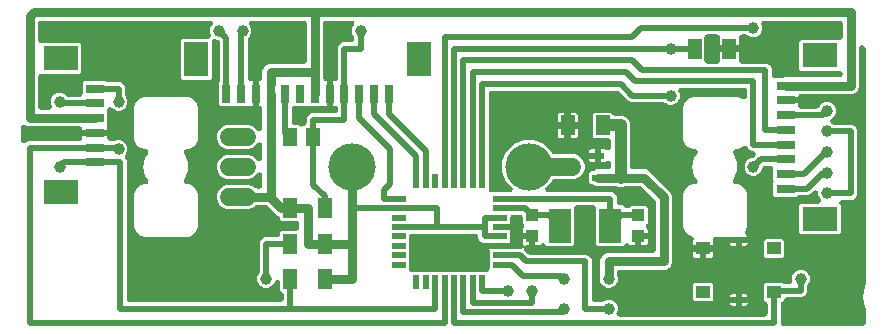
<source format=gtl>
G04 EAGLE Gerber X2 export*
%TF.Part,Single*%
%TF.FileFunction,Copper,L1,Top,Mixed*%
%TF.FilePolarity,Positive*%
%TF.GenerationSoftware,Autodesk,EAGLE,9.1.0*%
%TF.CreationDate,2020-06-23T23:40:24Z*%
G75*
%MOMM*%
%FSLAX34Y34*%
%LPD*%
%AMOC8*
5,1,8,0,0,1.08239X$1,22.5*%
G01*
%ADD10R,1.300000X1.600000*%
%ADD11R,1.080000X1.050000*%
%ADD12R,1.270000X0.558800*%
%ADD13R,0.558800X1.270000*%
%ADD14R,1.050000X0.600000*%
%ADD15R,1.950000X2.950000*%
%ADD16R,1.600000X0.800000*%
%ADD17R,3.000000X2.100000*%
%ADD18C,1.524000*%
%ADD19R,0.800000X1.600000*%
%ADD20R,2.100000X3.000000*%
%ADD21R,1.160000X1.680000*%
%ADD22R,1.200000X1.100000*%
%ADD23R,1.000000X0.450000*%
%ADD24C,1.000000*%
%ADD25C,0.500000*%
%ADD26C,0.800000*%
%ADD27C,4.000000*%
%ADD28C,1.000000*%
%ADD29C,1.500000*%

G36*
X770050Y10170D02*
X770050Y10170D01*
X770100Y10168D01*
X770272Y10190D01*
X770445Y10206D01*
X770493Y10219D01*
X770543Y10225D01*
X770708Y10278D01*
X770876Y10324D01*
X770921Y10346D01*
X770968Y10361D01*
X771122Y10442D01*
X771278Y10517D01*
X771319Y10547D01*
X771363Y10570D01*
X771500Y10677D01*
X771640Y10779D01*
X771675Y10815D01*
X771714Y10846D01*
X771830Y10976D01*
X771950Y11101D01*
X771977Y11143D01*
X772011Y11181D01*
X772101Y11329D01*
X772197Y11473D01*
X772217Y11519D01*
X772243Y11562D01*
X772305Y11724D01*
X772374Y11884D01*
X772385Y11932D01*
X772403Y11979D01*
X772436Y12150D01*
X772475Y12319D01*
X772478Y12369D01*
X772487Y12418D01*
X772499Y12665D01*
X772499Y24548D01*
X772485Y24712D01*
X772478Y24877D01*
X772465Y24934D01*
X772459Y24992D01*
X772416Y25151D01*
X772379Y25312D01*
X772356Y25367D01*
X772341Y25423D01*
X772269Y25572D01*
X772205Y25724D01*
X772162Y25796D01*
X772148Y25826D01*
X772127Y25854D01*
X772078Y25936D01*
X771805Y26345D01*
X770083Y35000D01*
X771805Y43655D01*
X772078Y44064D01*
X772157Y44209D01*
X772243Y44350D01*
X772264Y44404D01*
X772292Y44456D01*
X772344Y44612D01*
X772403Y44767D01*
X772414Y44824D01*
X772433Y44880D01*
X772456Y45043D01*
X772487Y45205D01*
X772491Y45289D01*
X772496Y45322D01*
X772495Y45357D01*
X772499Y45452D01*
X772499Y244548D01*
X772485Y244712D01*
X772478Y244877D01*
X772465Y244934D01*
X772459Y244992D01*
X772416Y245152D01*
X772379Y245312D01*
X772356Y245366D01*
X772341Y245423D01*
X772269Y245572D01*
X772205Y245724D01*
X772162Y245796D01*
X772148Y245826D01*
X772127Y245855D01*
X772078Y245936D01*
X771578Y246684D01*
X771479Y246808D01*
X771386Y246936D01*
X771339Y246981D01*
X771298Y247032D01*
X771178Y247136D01*
X771064Y247246D01*
X771009Y247282D01*
X770960Y247324D01*
X770823Y247405D01*
X770692Y247493D01*
X770632Y247519D01*
X770575Y247552D01*
X770427Y247607D01*
X770281Y247670D01*
X770218Y247685D01*
X770157Y247707D01*
X770001Y247735D01*
X769846Y247771D01*
X769781Y247774D01*
X769717Y247786D01*
X769558Y247785D01*
X769400Y247793D01*
X769335Y247785D01*
X769270Y247785D01*
X769114Y247756D01*
X768957Y247735D01*
X768895Y247716D01*
X768831Y247704D01*
X768682Y247648D01*
X768532Y247600D01*
X768474Y247569D01*
X768413Y247546D01*
X768277Y247465D01*
X768137Y247391D01*
X768086Y247350D01*
X768030Y247317D01*
X767910Y247213D01*
X767786Y247115D01*
X767742Y247066D01*
X767693Y247023D01*
X767595Y246899D01*
X767489Y246780D01*
X767455Y246725D01*
X767415Y246674D01*
X767339Y246534D01*
X767257Y246399D01*
X767234Y246338D01*
X767203Y246280D01*
X767154Y246130D01*
X767097Y245982D01*
X767084Y245918D01*
X767064Y245856D01*
X767043Y245699D01*
X767013Y245543D01*
X767008Y245448D01*
X767003Y245413D01*
X767005Y245380D01*
X767001Y245296D01*
X767001Y212357D01*
X765935Y209784D01*
X763966Y207815D01*
X761393Y206749D01*
X718000Y206749D01*
X717950Y206745D01*
X717900Y206747D01*
X717728Y206725D01*
X717555Y206709D01*
X717507Y206696D01*
X717457Y206690D01*
X717292Y206637D01*
X717124Y206591D01*
X717079Y206569D01*
X717032Y206554D01*
X716878Y206473D01*
X716722Y206398D01*
X716681Y206368D01*
X716637Y206345D01*
X716500Y206238D01*
X716360Y206136D01*
X716325Y206100D01*
X716286Y206069D01*
X716170Y205939D01*
X716050Y205814D01*
X716023Y205772D01*
X715989Y205734D01*
X715899Y205586D01*
X715803Y205442D01*
X715783Y205396D01*
X715757Y205353D01*
X715695Y205191D01*
X715626Y205031D01*
X715615Y204983D01*
X715597Y204936D01*
X715564Y204765D01*
X715525Y204596D01*
X715522Y204546D01*
X715513Y204497D01*
X715501Y204250D01*
X715501Y203749D01*
X704960Y203749D01*
X704910Y203745D01*
X704861Y203747D01*
X704689Y203725D01*
X704515Y203709D01*
X704467Y203696D01*
X704418Y203690D01*
X704252Y203637D01*
X704085Y203591D01*
X704040Y203569D01*
X703992Y203554D01*
X703839Y203473D01*
X703682Y203398D01*
X703641Y203368D01*
X703597Y203345D01*
X703461Y203238D01*
X703320Y203136D01*
X703285Y203100D01*
X703246Y203069D01*
X703131Y202939D01*
X703011Y202814D01*
X702983Y202772D01*
X702950Y202735D01*
X702860Y202586D01*
X702763Y202442D01*
X702744Y202396D01*
X702718Y202353D01*
X702655Y202191D01*
X702586Y202032D01*
X702575Y201983D01*
X702557Y201936D01*
X702524Y201765D01*
X702485Y201596D01*
X702483Y201547D01*
X702473Y201497D01*
X702461Y201250D01*
X702466Y201200D01*
X702463Y201150D01*
X702485Y200978D01*
X702501Y200805D01*
X702514Y200757D01*
X702521Y200707D01*
X702573Y200542D01*
X702619Y200374D01*
X702641Y200329D01*
X702656Y200281D01*
X702737Y200128D01*
X702813Y199971D01*
X702842Y199931D01*
X702866Y199887D01*
X702973Y199750D01*
X703075Y199610D01*
X703111Y199575D01*
X703142Y199536D01*
X703272Y199420D01*
X703397Y199300D01*
X703438Y199272D01*
X703476Y199239D01*
X703624Y199149D01*
X703769Y199053D01*
X703815Y199033D01*
X703857Y199007D01*
X704020Y198945D01*
X704179Y198876D01*
X704227Y198865D01*
X704274Y198847D01*
X704445Y198814D01*
X704614Y198775D01*
X704664Y198772D01*
X704713Y198763D01*
X704960Y198751D01*
X715501Y198751D01*
X715501Y196750D01*
X715505Y196700D01*
X715503Y196650D01*
X715525Y196478D01*
X715541Y196305D01*
X715554Y196257D01*
X715560Y196207D01*
X715613Y196042D01*
X715659Y195874D01*
X715681Y195829D01*
X715696Y195782D01*
X715777Y195628D01*
X715852Y195472D01*
X715882Y195431D01*
X715905Y195387D01*
X716012Y195250D01*
X716114Y195110D01*
X716150Y195075D01*
X716181Y195036D01*
X716311Y194920D01*
X716436Y194800D01*
X716478Y194773D01*
X716516Y194739D01*
X716664Y194649D01*
X716808Y194553D01*
X716854Y194533D01*
X716897Y194507D01*
X717059Y194445D01*
X717219Y194376D01*
X717267Y194365D01*
X717314Y194347D01*
X717485Y194314D01*
X717654Y194275D01*
X717704Y194272D01*
X717753Y194263D01*
X718000Y194251D01*
X730936Y194251D01*
X730943Y194251D01*
X730949Y194251D01*
X731166Y194271D01*
X731381Y194291D01*
X731388Y194292D01*
X731394Y194293D01*
X731604Y194352D01*
X731812Y194409D01*
X731818Y194412D01*
X731824Y194414D01*
X732018Y194508D01*
X732215Y194602D01*
X732220Y194606D01*
X732226Y194609D01*
X732399Y194735D01*
X732577Y194864D01*
X732581Y194869D01*
X732586Y194873D01*
X732737Y195031D01*
X732886Y195186D01*
X732890Y195192D01*
X732894Y195197D01*
X733014Y195379D01*
X733133Y195558D01*
X733136Y195564D01*
X733140Y195570D01*
X733245Y195794D01*
X733641Y196749D01*
X735751Y198859D01*
X738508Y200001D01*
X741492Y200001D01*
X744249Y198859D01*
X746359Y196749D01*
X747501Y193992D01*
X747501Y191008D01*
X746359Y188251D01*
X744249Y186141D01*
X744050Y186059D01*
X743929Y185995D01*
X743804Y185941D01*
X743732Y185892D01*
X743655Y185852D01*
X743547Y185768D01*
X743433Y185691D01*
X743371Y185631D01*
X743302Y185578D01*
X743211Y185476D01*
X743113Y185380D01*
X743062Y185310D01*
X743004Y185245D01*
X742932Y185128D01*
X742853Y185017D01*
X742815Y184938D01*
X742770Y184864D01*
X742720Y184737D01*
X742661Y184613D01*
X742639Y184529D01*
X742607Y184448D01*
X742581Y184314D01*
X742545Y184182D01*
X742538Y184095D01*
X742521Y184010D01*
X742519Y183873D01*
X742508Y183737D01*
X742516Y183650D01*
X742515Y183563D01*
X742537Y183429D01*
X742550Y183292D01*
X742573Y183208D01*
X742588Y183123D01*
X742634Y182994D01*
X742671Y182862D01*
X742709Y182784D01*
X742738Y182702D01*
X742806Y182584D01*
X742866Y182460D01*
X742917Y182390D01*
X742961Y182315D01*
X743049Y182210D01*
X743130Y182100D01*
X743193Y182040D01*
X743249Y181974D01*
X743354Y181886D01*
X743453Y181792D01*
X743526Y181744D01*
X743593Y181689D01*
X743713Y181622D01*
X743827Y181547D01*
X743950Y181488D01*
X743983Y181470D01*
X744005Y181463D01*
X744050Y181441D01*
X744249Y181359D01*
X744375Y181233D01*
X744518Y181113D01*
X744658Y180989D01*
X744689Y180970D01*
X744718Y180946D01*
X744880Y180854D01*
X745039Y180757D01*
X745074Y180744D01*
X745106Y180726D01*
X745282Y180664D01*
X745456Y180597D01*
X745493Y180590D01*
X745527Y180577D01*
X745712Y180548D01*
X745895Y180513D01*
X745945Y180510D01*
X745969Y180507D01*
X746006Y180508D01*
X746142Y180501D01*
X761094Y180501D01*
X763116Y179663D01*
X764663Y178116D01*
X765501Y176094D01*
X765501Y121406D01*
X764663Y119384D01*
X763116Y117837D01*
X761094Y116999D01*
X752781Y116999D01*
X752645Y116987D01*
X752508Y116984D01*
X752423Y116967D01*
X752336Y116959D01*
X752204Y116923D01*
X752070Y116896D01*
X751989Y116864D01*
X751905Y116841D01*
X751782Y116782D01*
X751655Y116731D01*
X751581Y116685D01*
X751503Y116648D01*
X751392Y116567D01*
X751276Y116495D01*
X751211Y116437D01*
X751141Y116386D01*
X751046Y116287D01*
X750945Y116195D01*
X750892Y116126D01*
X750831Y116064D01*
X750756Y115950D01*
X750672Y115841D01*
X750632Y115764D01*
X750584Y115692D01*
X750530Y115566D01*
X750467Y115444D01*
X750441Y115361D01*
X750407Y115281D01*
X750376Y115149D01*
X750336Y115017D01*
X750326Y114931D01*
X750306Y114846D01*
X750299Y114710D01*
X750283Y114574D01*
X750288Y114487D01*
X750284Y114400D01*
X750301Y114265D01*
X750310Y114128D01*
X750330Y114043D01*
X750341Y113957D01*
X750383Y113827D01*
X750415Y113694D01*
X750451Y113614D01*
X750477Y113532D01*
X750541Y113411D01*
X750597Y113286D01*
X750645Y113214D01*
X750686Y113137D01*
X750771Y113029D01*
X750848Y112916D01*
X750939Y112815D01*
X750962Y112786D01*
X750980Y112770D01*
X751014Y112733D01*
X751461Y112286D01*
X751461Y89214D01*
X749996Y87749D01*
X717924Y87749D01*
X716459Y89214D01*
X716459Y112286D01*
X717924Y113751D01*
X732108Y113751D01*
X732244Y113763D01*
X732381Y113766D01*
X732466Y113783D01*
X732553Y113791D01*
X732685Y113827D01*
X732819Y113854D01*
X732900Y113886D01*
X732984Y113909D01*
X733107Y113968D01*
X733234Y114019D01*
X733308Y114065D01*
X733386Y114102D01*
X733497Y114183D01*
X733613Y114255D01*
X733678Y114313D01*
X733748Y114364D01*
X733843Y114463D01*
X733944Y114555D01*
X733997Y114624D01*
X734058Y114686D01*
X734133Y114800D01*
X734217Y114909D01*
X734257Y114986D01*
X734305Y115058D01*
X734359Y115184D01*
X734422Y115306D01*
X734447Y115389D01*
X734482Y115469D01*
X734513Y115602D01*
X734553Y115733D01*
X734563Y115819D01*
X734583Y115904D01*
X734590Y116040D01*
X734606Y116176D01*
X734601Y116263D01*
X734605Y116350D01*
X734588Y116485D01*
X734579Y116622D01*
X734559Y116707D01*
X734548Y116793D01*
X734506Y116923D01*
X734474Y117056D01*
X734438Y117136D01*
X734412Y117218D01*
X734348Y117339D01*
X734292Y117464D01*
X734243Y117536D01*
X734203Y117613D01*
X734118Y117721D01*
X734041Y117834D01*
X733950Y117935D01*
X733927Y117964D01*
X733909Y117980D01*
X733875Y118017D01*
X733641Y118251D01*
X732499Y121008D01*
X732499Y122476D01*
X732487Y122613D01*
X732484Y122749D01*
X732467Y122835D01*
X732459Y122921D01*
X732423Y123053D01*
X732396Y123187D01*
X732364Y123268D01*
X732341Y123352D01*
X732282Y123475D01*
X732231Y123602D01*
X732185Y123676D01*
X732148Y123755D01*
X732067Y123866D01*
X731995Y123982D01*
X731937Y124046D01*
X731886Y124117D01*
X731787Y124211D01*
X731695Y124313D01*
X731626Y124366D01*
X731564Y124426D01*
X731450Y124502D01*
X731341Y124585D01*
X731264Y124625D01*
X731192Y124673D01*
X731066Y124727D01*
X730944Y124790D01*
X730861Y124816D01*
X730781Y124850D01*
X730648Y124881D01*
X730517Y124921D01*
X730431Y124932D01*
X730346Y124951D01*
X730210Y124958D01*
X730074Y124975D01*
X729987Y124969D01*
X729900Y124974D01*
X729765Y124956D01*
X729628Y124948D01*
X729543Y124927D01*
X729457Y124916D01*
X729327Y124874D01*
X729194Y124842D01*
X729114Y124807D01*
X729032Y124780D01*
X728911Y124716D01*
X728786Y124661D01*
X728714Y124612D01*
X728637Y124571D01*
X728529Y124487D01*
X728416Y124410D01*
X728315Y124318D01*
X728286Y124295D01*
X728270Y124277D01*
X728233Y124244D01*
X727475Y123486D01*
X725576Y121587D01*
X723554Y120749D01*
X716031Y120749D01*
X715845Y120733D01*
X715659Y120721D01*
X715623Y120713D01*
X715586Y120709D01*
X715406Y120660D01*
X715225Y120616D01*
X715191Y120601D01*
X715155Y120591D01*
X714987Y120510D01*
X714817Y120434D01*
X714786Y120414D01*
X714753Y120398D01*
X714601Y120288D01*
X714447Y120183D01*
X714410Y120149D01*
X714391Y120136D01*
X714365Y120109D01*
X714264Y120017D01*
X713996Y119749D01*
X695924Y119749D01*
X694459Y121214D01*
X694459Y131576D01*
X694504Y131721D01*
X694561Y131885D01*
X694569Y131935D01*
X694584Y131983D01*
X694605Y132155D01*
X694632Y132326D01*
X694631Y132376D01*
X694637Y132426D01*
X694627Y132599D01*
X694623Y132773D01*
X694613Y132822D01*
X694610Y132872D01*
X694569Y133041D01*
X694535Y133211D01*
X694516Y133257D01*
X694505Y133306D01*
X694459Y133408D01*
X694459Y143250D01*
X694455Y143300D01*
X694457Y143350D01*
X694435Y143522D01*
X694419Y143695D01*
X694406Y143743D01*
X694400Y143793D01*
X694347Y143958D01*
X694301Y144126D01*
X694279Y144171D01*
X694264Y144218D01*
X694183Y144372D01*
X694108Y144528D01*
X694078Y144569D01*
X694055Y144613D01*
X693948Y144750D01*
X693846Y144890D01*
X693810Y144925D01*
X693779Y144964D01*
X693649Y145080D01*
X693524Y145200D01*
X693482Y145227D01*
X693444Y145261D01*
X693296Y145351D01*
X693152Y145447D01*
X693106Y145467D01*
X693063Y145493D01*
X692901Y145555D01*
X692741Y145624D01*
X692693Y145635D01*
X692646Y145653D01*
X692475Y145686D01*
X692306Y145725D01*
X692256Y145728D01*
X692207Y145737D01*
X691960Y145749D01*
X687500Y145749D01*
X687450Y145745D01*
X687400Y145747D01*
X687228Y145725D01*
X687055Y145709D01*
X687007Y145696D01*
X686957Y145690D01*
X686792Y145637D01*
X686624Y145591D01*
X686579Y145569D01*
X686532Y145554D01*
X686378Y145473D01*
X686222Y145398D01*
X686181Y145368D01*
X686137Y145345D01*
X686000Y145238D01*
X685860Y145136D01*
X685825Y145100D01*
X685786Y145069D01*
X685670Y144939D01*
X685550Y144814D01*
X685523Y144772D01*
X685489Y144734D01*
X685399Y144586D01*
X685303Y144442D01*
X685283Y144396D01*
X685257Y144353D01*
X685195Y144191D01*
X685126Y144031D01*
X685115Y143983D01*
X685097Y143936D01*
X685064Y143765D01*
X685025Y143596D01*
X685023Y143562D01*
X683859Y140751D01*
X681749Y138641D01*
X678992Y137499D01*
X676008Y137499D01*
X673251Y138641D01*
X671141Y140751D01*
X669999Y143508D01*
X669999Y146492D01*
X671141Y149249D01*
X673251Y151359D01*
X676008Y152501D01*
X676186Y152501D01*
X676372Y152517D01*
X676558Y152529D01*
X676594Y152537D01*
X676631Y152541D01*
X676811Y152590D01*
X676992Y152634D01*
X677026Y152649D01*
X677062Y152659D01*
X677231Y152740D01*
X677401Y152816D01*
X677431Y152836D01*
X677465Y152852D01*
X677616Y152962D01*
X677770Y153067D01*
X677808Y153101D01*
X677827Y153114D01*
X677852Y153141D01*
X677953Y153233D01*
X678704Y153983D01*
X678791Y154088D01*
X678886Y154186D01*
X678934Y154259D01*
X678990Y154326D01*
X679058Y154444D01*
X679133Y154558D01*
X679168Y154638D01*
X679211Y154714D01*
X679256Y154843D01*
X679310Y154969D01*
X679330Y155053D01*
X679359Y155135D01*
X679381Y155270D01*
X679411Y155404D01*
X679416Y155490D01*
X679430Y155576D01*
X679427Y155713D01*
X679434Y155850D01*
X679422Y155936D01*
X679421Y156023D01*
X679394Y156157D01*
X679376Y156293D01*
X679350Y156376D01*
X679332Y156461D01*
X679282Y156588D01*
X679240Y156718D01*
X679200Y156795D01*
X679168Y156876D01*
X679095Y156992D01*
X679031Y157113D01*
X678977Y157181D01*
X678931Y157255D01*
X678840Y157357D01*
X678755Y157464D01*
X678690Y157522D01*
X678632Y157586D01*
X678523Y157670D01*
X678421Y157761D01*
X678347Y157806D01*
X678278Y157859D01*
X678156Y157922D01*
X678039Y157993D01*
X677958Y158024D01*
X677881Y158064D01*
X677750Y158104D01*
X677622Y158153D01*
X677537Y158170D01*
X677454Y158195D01*
X677318Y158211D01*
X677184Y158237D01*
X677047Y158244D01*
X677010Y158248D01*
X676987Y158247D01*
X676936Y158249D01*
X676406Y158249D01*
X674384Y159087D01*
X672837Y160634D01*
X672620Y161157D01*
X672577Y161239D01*
X672542Y161326D01*
X672474Y161437D01*
X672413Y161552D01*
X672356Y161626D01*
X672306Y161706D01*
X672219Y161802D01*
X672139Y161905D01*
X672069Y161967D01*
X672006Y162037D01*
X671903Y162116D01*
X671806Y162203D01*
X671727Y162252D01*
X671652Y162309D01*
X671537Y162369D01*
X671426Y162437D01*
X671339Y162471D01*
X671256Y162514D01*
X671131Y162553D01*
X671010Y162600D01*
X670918Y162618D01*
X670829Y162645D01*
X670699Y162661D01*
X670571Y162686D01*
X670478Y162687D01*
X670385Y162698D01*
X670255Y162691D01*
X670125Y162693D01*
X670033Y162677D01*
X669939Y162672D01*
X669812Y162641D01*
X669684Y162620D01*
X669596Y162588D01*
X669505Y162566D01*
X669386Y162513D01*
X669263Y162469D01*
X669182Y162423D01*
X669097Y162385D01*
X668989Y162311D01*
X668876Y162246D01*
X668805Y162186D01*
X668727Y162134D01*
X668544Y161967D01*
X667958Y161382D01*
X664222Y159834D01*
X662705Y159834D01*
X662579Y159823D01*
X662453Y159822D01*
X662358Y159803D01*
X662260Y159794D01*
X662138Y159761D01*
X662015Y159737D01*
X661924Y159702D01*
X661829Y159676D01*
X661716Y159621D01*
X661598Y159576D01*
X661515Y159525D01*
X661427Y159483D01*
X661324Y159409D01*
X661217Y159343D01*
X661144Y159278D01*
X661065Y159221D01*
X660977Y159130D01*
X660883Y159046D01*
X660823Y158969D01*
X660755Y158899D01*
X660686Y158794D01*
X660608Y158694D01*
X660562Y158608D01*
X660508Y158527D01*
X660458Y158411D01*
X660399Y158299D01*
X660370Y158206D01*
X660331Y158116D01*
X660303Y157994D01*
X660265Y157873D01*
X660252Y157776D01*
X660230Y157681D01*
X660224Y157556D01*
X660208Y157430D01*
X660213Y157333D01*
X660208Y157235D01*
X660224Y157110D01*
X660231Y156984D01*
X660253Y156889D01*
X660266Y156792D01*
X660304Y156672D01*
X660333Y156549D01*
X660391Y156398D01*
X660401Y156367D01*
X660409Y156351D01*
X660422Y156318D01*
X663692Y148973D01*
X663692Y141027D01*
X660422Y133682D01*
X660381Y133562D01*
X660331Y133446D01*
X660309Y133351D01*
X660277Y133259D01*
X660259Y133134D01*
X660230Y133011D01*
X660225Y132914D01*
X660210Y132817D01*
X660214Y132691D01*
X660208Y132565D01*
X660220Y132469D01*
X660223Y132371D01*
X660249Y132247D01*
X660266Y132122D01*
X660295Y132029D01*
X660315Y131934D01*
X660363Y131817D01*
X660401Y131697D01*
X660447Y131610D01*
X660484Y131520D01*
X660551Y131413D01*
X660610Y131302D01*
X660671Y131225D01*
X660723Y131143D01*
X660808Y131050D01*
X660886Y130951D01*
X660960Y130886D01*
X661026Y130814D01*
X661126Y130738D01*
X661221Y130654D01*
X661304Y130604D01*
X661382Y130545D01*
X661495Y130488D01*
X661602Y130422D01*
X661693Y130387D01*
X661781Y130343D01*
X661901Y130307D01*
X662019Y130262D01*
X662115Y130243D01*
X662209Y130216D01*
X662334Y130202D01*
X662458Y130178D01*
X662619Y130170D01*
X662653Y130166D01*
X662670Y130167D01*
X662705Y130166D01*
X664222Y130166D01*
X667958Y128618D01*
X670818Y125758D01*
X672366Y122022D01*
X672366Y93978D01*
X670728Y90023D01*
X670695Y89917D01*
X670652Y89815D01*
X670628Y89705D01*
X670594Y89597D01*
X670580Y89487D01*
X670557Y89379D01*
X670553Y89266D01*
X670539Y89153D01*
X670545Y89043D01*
X670541Y88933D01*
X670557Y88821D01*
X670563Y88707D01*
X670589Y88600D01*
X670605Y88490D01*
X670640Y88383D01*
X670667Y88273D01*
X670711Y88172D01*
X670746Y88067D01*
X670800Y87967D01*
X670846Y87864D01*
X670908Y87772D01*
X670961Y87675D01*
X671032Y87587D01*
X671095Y87493D01*
X671172Y87414D01*
X671241Y87328D01*
X671327Y87253D01*
X671406Y87172D01*
X671458Y87135D01*
X672033Y86560D01*
X672368Y85981D01*
X672541Y85334D01*
X672541Y85249D01*
X665000Y85249D01*
X656560Y85249D01*
X656524Y85285D01*
X656482Y85312D01*
X656444Y85346D01*
X656296Y85436D01*
X656152Y85532D01*
X656106Y85552D01*
X656063Y85578D01*
X655901Y85640D01*
X655741Y85709D01*
X655693Y85720D01*
X655646Y85738D01*
X655475Y85771D01*
X655306Y85810D01*
X655256Y85813D01*
X655207Y85822D01*
X654960Y85834D01*
X645726Y85834D01*
X645573Y85821D01*
X645420Y85815D01*
X645351Y85801D01*
X645281Y85794D01*
X645133Y85754D01*
X644983Y85721D01*
X644918Y85695D01*
X644850Y85676D01*
X644712Y85609D01*
X644570Y85551D01*
X644511Y85513D01*
X644448Y85483D01*
X644323Y85393D01*
X644194Y85310D01*
X644143Y85262D01*
X644086Y85221D01*
X643980Y85110D01*
X643867Y85006D01*
X643825Y84949D01*
X643776Y84899D01*
X643692Y84771D01*
X643600Y84648D01*
X643568Y84585D01*
X643529Y84527D01*
X643468Y84386D01*
X643400Y84249D01*
X643380Y84181D01*
X643352Y84116D01*
X643317Y83967D01*
X643274Y83820D01*
X643267Y83750D01*
X643251Y83681D01*
X643243Y83528D01*
X643227Y83376D01*
X643232Y83305D01*
X643229Y83235D01*
X643249Y83083D01*
X643260Y82930D01*
X643282Y82828D01*
X643286Y82792D01*
X643296Y82762D01*
X643312Y82688D01*
X643541Y81834D01*
X643541Y78749D01*
X635250Y78749D01*
X635200Y78745D01*
X635150Y78747D01*
X635027Y78731D01*
X634997Y78737D01*
X634750Y78749D01*
X626459Y78749D01*
X626459Y81834D01*
X626632Y82481D01*
X626682Y82567D01*
X626772Y82760D01*
X626863Y82953D01*
X626866Y82963D01*
X626870Y82972D01*
X626924Y83177D01*
X626980Y83385D01*
X626980Y83395D01*
X626983Y83405D01*
X626999Y83617D01*
X627017Y83830D01*
X627016Y83840D01*
X627017Y83850D01*
X626995Y84062D01*
X626975Y84274D01*
X626972Y84284D01*
X626971Y84294D01*
X626912Y84499D01*
X626854Y84704D01*
X626850Y84714D01*
X626847Y84723D01*
X626752Y84915D01*
X626659Y85106D01*
X626653Y85114D01*
X626648Y85123D01*
X626520Y85296D01*
X626395Y85467D01*
X626388Y85474D01*
X626382Y85482D01*
X626225Y85629D01*
X626071Y85775D01*
X626063Y85780D01*
X626055Y85787D01*
X625876Y85903D01*
X625698Y86020D01*
X625686Y86025D01*
X625680Y86029D01*
X625663Y86037D01*
X625474Y86126D01*
X622442Y87382D01*
X619582Y90242D01*
X618034Y93978D01*
X618034Y122022D01*
X619582Y125758D01*
X622442Y128618D01*
X626178Y130166D01*
X627768Y130166D01*
X627931Y130180D01*
X628095Y130187D01*
X628153Y130200D01*
X628213Y130206D01*
X628371Y130249D01*
X628531Y130285D01*
X628586Y130308D01*
X628643Y130324D01*
X628791Y130395D01*
X628942Y130459D01*
X628992Y130492D01*
X629046Y130517D01*
X629179Y130614D01*
X629316Y130703D01*
X629360Y130744D01*
X629408Y130779D01*
X629522Y130898D01*
X629641Y131010D01*
X629676Y131058D01*
X629717Y131101D01*
X629808Y131238D01*
X629905Y131370D01*
X629932Y131424D01*
X629965Y131473D01*
X630030Y131624D01*
X630102Y131771D01*
X630118Y131829D01*
X630142Y131884D01*
X630179Y132043D01*
X630224Y132201D01*
X630229Y132261D01*
X630243Y132319D01*
X630251Y132482D01*
X630267Y132646D01*
X630262Y132705D01*
X630265Y132765D01*
X630244Y132927D01*
X630230Y133091D01*
X630215Y133149D01*
X630207Y133208D01*
X630157Y133364D01*
X630115Y133523D01*
X630090Y133577D01*
X630072Y133633D01*
X629995Y133778D01*
X629925Y133927D01*
X629878Y133998D01*
X629863Y134028D01*
X629841Y134056D01*
X629790Y134134D01*
X627542Y137227D01*
X625890Y145000D01*
X627542Y152773D01*
X629790Y155866D01*
X629874Y156007D01*
X629965Y156143D01*
X629988Y156198D01*
X630019Y156249D01*
X630077Y156403D01*
X630142Y156554D01*
X630155Y156612D01*
X630176Y156667D01*
X630206Y156829D01*
X630243Y156989D01*
X630246Y157048D01*
X630257Y157107D01*
X630257Y157271D01*
X630265Y157435D01*
X630257Y157494D01*
X630257Y157554D01*
X630228Y157715D01*
X630207Y157878D01*
X630189Y157934D01*
X630179Y157993D01*
X630121Y158147D01*
X630072Y158303D01*
X630044Y158356D01*
X630023Y158412D01*
X629939Y158553D01*
X629863Y158698D01*
X629826Y158745D01*
X629795Y158796D01*
X629688Y158920D01*
X629586Y159049D01*
X629542Y159089D01*
X629503Y159134D01*
X629375Y159237D01*
X629252Y159346D01*
X629201Y159377D01*
X629155Y159414D01*
X629011Y159493D01*
X628871Y159578D01*
X628815Y159599D01*
X628763Y159628D01*
X628607Y159679D01*
X628454Y159738D01*
X628395Y159749D01*
X628339Y159768D01*
X628176Y159791D01*
X628015Y159822D01*
X627929Y159826D01*
X627896Y159831D01*
X627861Y159830D01*
X627768Y159834D01*
X626178Y159834D01*
X622442Y161382D01*
X619582Y164242D01*
X618034Y167978D01*
X618034Y196022D01*
X619582Y199758D01*
X622442Y202618D01*
X626178Y204166D01*
X664222Y204166D01*
X668046Y202582D01*
X668075Y202558D01*
X668194Y202490D01*
X668308Y202414D01*
X668388Y202380D01*
X668464Y202337D01*
X668593Y202291D01*
X668719Y202237D01*
X668803Y202217D01*
X668885Y202189D01*
X669020Y202167D01*
X669154Y202136D01*
X669240Y202132D01*
X669326Y202118D01*
X669463Y202120D01*
X669600Y202114D01*
X669686Y202125D01*
X669773Y202127D01*
X669907Y202154D01*
X670043Y202171D01*
X670126Y202198D01*
X670211Y202215D01*
X670338Y202265D01*
X670468Y202307D01*
X670545Y202348D01*
X670626Y202380D01*
X670742Y202452D01*
X670863Y202516D01*
X670931Y202570D01*
X671005Y202616D01*
X671107Y202708D01*
X671214Y202792D01*
X671272Y202857D01*
X671336Y202915D01*
X671420Y203024D01*
X671511Y203126D01*
X671556Y203201D01*
X671609Y203269D01*
X671672Y203391D01*
X671743Y203508D01*
X671774Y203589D01*
X671814Y203666D01*
X671854Y203797D01*
X671903Y203925D01*
X671920Y204010D01*
X671945Y204093D01*
X671961Y204229D01*
X671987Y204364D01*
X671994Y204500D01*
X671998Y204537D01*
X671997Y204560D01*
X671999Y204611D01*
X671999Y209500D01*
X671995Y209550D01*
X671997Y209600D01*
X671975Y209772D01*
X671959Y209945D01*
X671946Y209993D01*
X671940Y210043D01*
X671887Y210208D01*
X671841Y210376D01*
X671819Y210421D01*
X671804Y210468D01*
X671723Y210622D01*
X671648Y210778D01*
X671618Y210819D01*
X671595Y210863D01*
X671488Y211000D01*
X671386Y211140D01*
X671350Y211175D01*
X671319Y211214D01*
X671189Y211330D01*
X671064Y211450D01*
X671022Y211477D01*
X670984Y211511D01*
X670836Y211601D01*
X670692Y211697D01*
X670646Y211717D01*
X670603Y211743D01*
X670441Y211805D01*
X670281Y211874D01*
X670233Y211885D01*
X670186Y211903D01*
X670015Y211936D01*
X669846Y211975D01*
X669796Y211978D01*
X669747Y211987D01*
X669500Y211999D01*
X616460Y211999D01*
X616367Y211991D01*
X616273Y211992D01*
X616145Y211971D01*
X616015Y211959D01*
X615925Y211935D01*
X615833Y211919D01*
X615710Y211875D01*
X615584Y211841D01*
X615500Y211800D01*
X615412Y211769D01*
X615299Y211704D01*
X615182Y211648D01*
X615106Y211593D01*
X615025Y211546D01*
X614926Y211462D01*
X614820Y211386D01*
X614755Y211318D01*
X614684Y211258D01*
X614601Y211158D01*
X614510Y211064D01*
X614458Y210986D01*
X614399Y210914D01*
X614335Y210800D01*
X614263Y210692D01*
X614226Y210606D01*
X614180Y210524D01*
X614138Y210401D01*
X614086Y210281D01*
X614065Y210191D01*
X614034Y210102D01*
X614014Y209973D01*
X613985Y209846D01*
X613980Y209753D01*
X613966Y209661D01*
X613969Y209530D01*
X613963Y209400D01*
X613975Y209308D01*
X613977Y209214D01*
X614004Y209086D01*
X614020Y208957D01*
X614049Y208868D01*
X614068Y208777D01*
X614151Y208544D01*
X615001Y206492D01*
X615001Y203508D01*
X613859Y200751D01*
X611749Y198641D01*
X608992Y197499D01*
X606008Y197499D01*
X603251Y198641D01*
X603125Y198767D01*
X602982Y198887D01*
X602842Y199011D01*
X602811Y199030D01*
X602782Y199054D01*
X602620Y199146D01*
X602461Y199243D01*
X602426Y199256D01*
X602394Y199274D01*
X602218Y199336D01*
X602044Y199403D01*
X602007Y199410D01*
X601973Y199423D01*
X601788Y199452D01*
X601605Y199487D01*
X601555Y199490D01*
X601531Y199493D01*
X601494Y199492D01*
X601358Y199499D01*
X573906Y199499D01*
X571884Y200337D01*
X569985Y202236D01*
X563454Y208767D01*
X563310Y208887D01*
X563171Y209011D01*
X563139Y209030D01*
X563111Y209054D01*
X562948Y209146D01*
X562789Y209243D01*
X562755Y209256D01*
X562722Y209274D01*
X562546Y209336D01*
X562372Y209403D01*
X562336Y209410D01*
X562301Y209423D01*
X562117Y209452D01*
X561933Y209487D01*
X561883Y209490D01*
X561860Y209493D01*
X561823Y209492D01*
X561686Y209499D01*
X456000Y209499D01*
X455950Y209495D01*
X455900Y209497D01*
X455728Y209475D01*
X455555Y209459D01*
X455507Y209446D01*
X455457Y209440D01*
X455292Y209387D01*
X455124Y209341D01*
X455079Y209319D01*
X455032Y209304D01*
X454878Y209223D01*
X454722Y209148D01*
X454681Y209118D01*
X454637Y209095D01*
X454500Y208988D01*
X454360Y208886D01*
X454325Y208850D01*
X454286Y208819D01*
X454170Y208689D01*
X454050Y208564D01*
X454023Y208522D01*
X453989Y208484D01*
X453899Y208336D01*
X453803Y208192D01*
X453783Y208146D01*
X453757Y208103D01*
X453695Y207941D01*
X453626Y207781D01*
X453615Y207733D01*
X453597Y207686D01*
X453564Y207515D01*
X453525Y207346D01*
X453522Y207296D01*
X453513Y207247D01*
X453501Y207000D01*
X453501Y131832D01*
X453485Y131794D01*
X453442Y131657D01*
X453391Y131523D01*
X453376Y131444D01*
X453352Y131368D01*
X453334Y131225D01*
X453307Y131085D01*
X453301Y130961D01*
X453296Y130924D01*
X453298Y130897D01*
X453295Y130837D01*
X453295Y125794D01*
X453299Y125744D01*
X453297Y125694D01*
X453319Y125522D01*
X453335Y125349D01*
X453348Y125301D01*
X453354Y125251D01*
X453407Y125086D01*
X453453Y124918D01*
X453475Y124873D01*
X453490Y124826D01*
X453571Y124672D01*
X453646Y124516D01*
X453676Y124475D01*
X453699Y124431D01*
X453806Y124294D01*
X453908Y124154D01*
X453944Y124119D01*
X453975Y124080D01*
X454105Y123964D01*
X454230Y123844D01*
X454272Y123817D01*
X454310Y123783D01*
X454458Y123693D01*
X454602Y123597D01*
X454648Y123577D01*
X454691Y123551D01*
X454853Y123489D01*
X455013Y123420D01*
X455061Y123409D01*
X455108Y123391D01*
X455279Y123358D01*
X455448Y123319D01*
X455498Y123316D01*
X455547Y123307D01*
X455794Y123295D01*
X460837Y123295D01*
X460980Y123308D01*
X461123Y123311D01*
X461202Y123327D01*
X461282Y123335D01*
X461420Y123373D01*
X461561Y123402D01*
X461677Y123443D01*
X461713Y123453D01*
X461737Y123465D01*
X461794Y123485D01*
X461832Y123501D01*
X471145Y123501D01*
X471281Y123513D01*
X471418Y123516D01*
X471503Y123533D01*
X471590Y123541D01*
X471722Y123577D01*
X471856Y123604D01*
X471936Y123636D01*
X472020Y123659D01*
X472144Y123718D01*
X472271Y123769D01*
X472345Y123815D01*
X472423Y123852D01*
X472534Y123933D01*
X472650Y124005D01*
X472714Y124063D01*
X472785Y124114D01*
X472880Y124213D01*
X472981Y124305D01*
X473034Y124374D01*
X473094Y124436D01*
X473170Y124550D01*
X473254Y124659D01*
X473294Y124736D01*
X473342Y124808D01*
X473396Y124934D01*
X473459Y125056D01*
X473484Y125139D01*
X473519Y125219D01*
X473550Y125352D01*
X473590Y125483D01*
X473600Y125569D01*
X473620Y125654D01*
X473627Y125790D01*
X473643Y125926D01*
X473638Y126013D01*
X473642Y126100D01*
X473624Y126235D01*
X473616Y126372D01*
X473596Y126457D01*
X473584Y126543D01*
X473543Y126673D01*
X473510Y126806D01*
X473475Y126885D01*
X473449Y126968D01*
X473385Y127089D01*
X473329Y127214D01*
X473280Y127286D01*
X473240Y127363D01*
X473155Y127471D01*
X473078Y127584D01*
X472986Y127685D01*
X472963Y127714D01*
X472946Y127730D01*
X472912Y127767D01*
X468425Y132254D01*
X464999Y140524D01*
X464999Y149476D01*
X468425Y157746D01*
X474754Y164075D01*
X483024Y167501D01*
X491976Y167501D01*
X500246Y164075D01*
X506575Y157746D01*
X506866Y157044D01*
X506869Y157038D01*
X506871Y157032D01*
X506973Y156839D01*
X507073Y156648D01*
X507077Y156643D01*
X507080Y156637D01*
X507216Y156465D01*
X507347Y156295D01*
X507352Y156291D01*
X507356Y156286D01*
X507521Y156140D01*
X507680Y155997D01*
X507686Y155994D01*
X507691Y155989D01*
X507876Y155877D01*
X508061Y155763D01*
X508067Y155761D01*
X508072Y155757D01*
X508274Y155679D01*
X508477Y155600D01*
X508483Y155599D01*
X508489Y155597D01*
X508702Y155556D01*
X508915Y155514D01*
X508921Y155514D01*
X508928Y155513D01*
X509175Y155501D01*
X526089Y155501D01*
X529948Y153902D01*
X532902Y150948D01*
X533504Y149494D01*
X533532Y149441D01*
X533553Y149384D01*
X533636Y149243D01*
X533712Y149098D01*
X533749Y149051D01*
X533779Y148999D01*
X533886Y148874D01*
X533986Y148745D01*
X534026Y148709D01*
X534023Y148586D01*
X534033Y148526D01*
X534034Y148466D01*
X534067Y148306D01*
X534093Y148144D01*
X534113Y148087D01*
X534125Y148028D01*
X534208Y147795D01*
X534501Y147089D01*
X534501Y142911D01*
X534272Y142358D01*
X534218Y142186D01*
X534158Y142016D01*
X534151Y141973D01*
X534138Y141932D01*
X534116Y141753D01*
X534087Y141575D01*
X534088Y141532D01*
X534083Y141488D01*
X534093Y141308D01*
X534094Y141267D01*
X534070Y141242D01*
X534036Y141215D01*
X533916Y141080D01*
X533792Y140950D01*
X533768Y140914D01*
X533739Y140881D01*
X533646Y140727D01*
X533547Y140577D01*
X533521Y140522D01*
X533507Y140499D01*
X533494Y140464D01*
X533441Y140353D01*
X532902Y139052D01*
X529948Y136098D01*
X526089Y134499D01*
X509175Y134499D01*
X509169Y134499D01*
X509162Y134499D01*
X508946Y134479D01*
X508730Y134459D01*
X508724Y134458D01*
X508717Y134457D01*
X508507Y134398D01*
X508299Y134341D01*
X508294Y134338D01*
X508287Y134336D01*
X508094Y134242D01*
X507897Y134148D01*
X507891Y134144D01*
X507886Y134141D01*
X507713Y134015D01*
X507535Y133886D01*
X507530Y133881D01*
X507525Y133877D01*
X507375Y133719D01*
X507225Y133564D01*
X507222Y133558D01*
X507217Y133553D01*
X507096Y133370D01*
X506978Y133192D01*
X506976Y133186D01*
X506972Y133180D01*
X506866Y132956D01*
X506575Y132254D01*
X502088Y127767D01*
X502000Y127662D01*
X501906Y127564D01*
X501857Y127491D01*
X501802Y127424D01*
X501734Y127306D01*
X501658Y127192D01*
X501624Y127112D01*
X501581Y127036D01*
X501535Y126907D01*
X501481Y126781D01*
X501462Y126697D01*
X501433Y126615D01*
X501411Y126479D01*
X501380Y126346D01*
X501376Y126260D01*
X501362Y126174D01*
X501365Y126037D01*
X501358Y125900D01*
X501369Y125814D01*
X501371Y125727D01*
X501398Y125593D01*
X501416Y125457D01*
X501442Y125374D01*
X501459Y125289D01*
X501510Y125162D01*
X501551Y125032D01*
X501592Y124955D01*
X501624Y124874D01*
X501696Y124758D01*
X501760Y124637D01*
X501814Y124569D01*
X501860Y124495D01*
X501952Y124393D01*
X502037Y124286D01*
X502102Y124228D01*
X502160Y124164D01*
X502268Y124080D01*
X502371Y123989D01*
X502445Y123944D01*
X502514Y123891D01*
X502635Y123828D01*
X502752Y123757D01*
X502834Y123726D01*
X502911Y123686D01*
X503041Y123646D01*
X503169Y123597D01*
X503255Y123580D01*
X503338Y123555D01*
X503473Y123539D01*
X503608Y123513D01*
X503745Y123506D01*
X503781Y123502D01*
X503805Y123503D01*
X503855Y123501D01*
X557594Y123501D01*
X559616Y122663D01*
X561163Y121116D01*
X562001Y119094D01*
X562001Y114750D01*
X562005Y114700D01*
X562003Y114650D01*
X562025Y114478D01*
X562041Y114305D01*
X562054Y114257D01*
X562060Y114207D01*
X562113Y114042D01*
X562159Y113874D01*
X562181Y113829D01*
X562196Y113782D01*
X562277Y113628D01*
X562352Y113472D01*
X562382Y113431D01*
X562405Y113387D01*
X562512Y113250D01*
X562614Y113110D01*
X562650Y113075D01*
X562681Y113036D01*
X562811Y112920D01*
X562936Y112800D01*
X562978Y112773D01*
X563016Y112739D01*
X563164Y112649D01*
X563308Y112553D01*
X563354Y112533D01*
X563397Y112507D01*
X563559Y112445D01*
X563719Y112376D01*
X563767Y112365D01*
X563814Y112347D01*
X563985Y112314D01*
X564154Y112275D01*
X564204Y112272D01*
X564253Y112263D01*
X564500Y112251D01*
X567286Y112251D01*
X569033Y110504D01*
X569071Y110472D01*
X569105Y110435D01*
X569243Y110329D01*
X569376Y110217D01*
X569419Y110193D01*
X569459Y110162D01*
X569613Y110082D01*
X569764Y109997D01*
X569811Y109980D01*
X569856Y109957D01*
X570021Y109906D01*
X570185Y109849D01*
X570235Y109841D01*
X570283Y109826D01*
X570455Y109805D01*
X570626Y109778D01*
X570676Y109779D01*
X570726Y109773D01*
X570900Y109783D01*
X571073Y109787D01*
X571122Y109797D01*
X571172Y109800D01*
X571341Y109841D01*
X571511Y109875D01*
X571557Y109894D01*
X571606Y109905D01*
X571765Y109976D01*
X571926Y110040D01*
X571968Y110066D01*
X572014Y110087D01*
X572158Y110184D01*
X572305Y110276D01*
X572342Y110310D01*
X572384Y110338D01*
X572567Y110504D01*
X573564Y111501D01*
X586436Y111501D01*
X587901Y110036D01*
X587901Y97464D01*
X587232Y96796D01*
X587200Y96757D01*
X587163Y96724D01*
X587057Y96586D01*
X586946Y96453D01*
X586921Y96409D01*
X586890Y96370D01*
X586811Y96215D01*
X586725Y96064D01*
X586708Y96017D01*
X586685Y95973D01*
X586634Y95807D01*
X586577Y95643D01*
X586569Y95594D01*
X586554Y95546D01*
X586534Y95374D01*
X586506Y95202D01*
X586507Y95152D01*
X586501Y95102D01*
X586512Y94929D01*
X586515Y94755D01*
X586525Y94706D01*
X586528Y94656D01*
X586569Y94487D01*
X586603Y94317D01*
X586622Y94271D01*
X586634Y94222D01*
X586704Y94063D01*
X586768Y93902D01*
X586795Y93860D01*
X586815Y93814D01*
X586913Y93670D01*
X587004Y93523D01*
X587038Y93486D01*
X587066Y93445D01*
X587232Y93261D01*
X587433Y93060D01*
X587768Y92481D01*
X587941Y91834D01*
X587941Y88874D01*
X580125Y88874D01*
X580075Y88870D01*
X580025Y88872D01*
X579854Y88850D01*
X579680Y88834D01*
X579632Y88821D01*
X579582Y88815D01*
X579417Y88762D01*
X579250Y88716D01*
X579204Y88694D01*
X579157Y88679D01*
X579004Y88598D01*
X578847Y88523D01*
X578806Y88493D01*
X578762Y88470D01*
X578626Y88363D01*
X578485Y88261D01*
X578450Y88225D01*
X578411Y88194D01*
X578296Y88064D01*
X578267Y88034D01*
X578235Y88011D01*
X578200Y87974D01*
X578161Y87943D01*
X578045Y87813D01*
X577925Y87688D01*
X577898Y87647D01*
X577864Y87609D01*
X577774Y87461D01*
X577678Y87316D01*
X577658Y87270D01*
X577632Y87228D01*
X577570Y87066D01*
X577501Y86906D01*
X577490Y86857D01*
X577472Y86811D01*
X577439Y86640D01*
X577400Y86471D01*
X577397Y86421D01*
X577388Y86372D01*
X577376Y86125D01*
X577376Y78459D01*
X574266Y78459D01*
X573619Y78632D01*
X573040Y78967D01*
X572539Y79468D01*
X572500Y79500D01*
X572467Y79537D01*
X572329Y79643D01*
X572196Y79754D01*
X572153Y79779D01*
X572113Y79810D01*
X571958Y79889D01*
X571808Y79975D01*
X571761Y79992D01*
X571716Y80015D01*
X571550Y80066D01*
X571386Y80123D01*
X571337Y80131D01*
X571289Y80146D01*
X571117Y80166D01*
X570945Y80194D01*
X570895Y80193D01*
X570846Y80199D01*
X570672Y80188D01*
X570499Y80185D01*
X570450Y80175D01*
X570400Y80172D01*
X570231Y80131D01*
X570061Y80097D01*
X570014Y80078D01*
X569966Y80066D01*
X569807Y79996D01*
X569646Y79932D01*
X569603Y79905D01*
X569557Y79885D01*
X569414Y79788D01*
X569266Y79696D01*
X569229Y79662D01*
X569188Y79634D01*
X569004Y79468D01*
X567286Y77749D01*
X545714Y77749D01*
X544249Y79214D01*
X544249Y110000D01*
X544245Y110050D01*
X544247Y110100D01*
X544225Y110272D01*
X544209Y110445D01*
X544196Y110493D01*
X544190Y110543D01*
X544137Y110708D01*
X544091Y110876D01*
X544069Y110921D01*
X544054Y110968D01*
X543973Y111122D01*
X543898Y111278D01*
X543868Y111319D01*
X543845Y111363D01*
X543738Y111500D01*
X543636Y111640D01*
X543600Y111675D01*
X543569Y111714D01*
X543439Y111830D01*
X543314Y111950D01*
X543272Y111977D01*
X543234Y112011D01*
X543086Y112101D01*
X542942Y112197D01*
X542896Y112217D01*
X542853Y112243D01*
X542691Y112305D01*
X542531Y112374D01*
X542483Y112385D01*
X542436Y112403D01*
X542265Y112436D01*
X542096Y112475D01*
X542046Y112478D01*
X541997Y112487D01*
X541750Y112499D01*
X528250Y112499D01*
X528200Y112495D01*
X528150Y112497D01*
X527978Y112475D01*
X527805Y112459D01*
X527757Y112446D01*
X527707Y112440D01*
X527542Y112387D01*
X527374Y112341D01*
X527329Y112319D01*
X527282Y112304D01*
X527128Y112223D01*
X526972Y112148D01*
X526931Y112118D01*
X526887Y112095D01*
X526750Y111988D01*
X526610Y111886D01*
X526575Y111850D01*
X526536Y111819D01*
X526420Y111689D01*
X526300Y111564D01*
X526273Y111522D01*
X526239Y111484D01*
X526149Y111336D01*
X526053Y111192D01*
X526033Y111146D01*
X526007Y111103D01*
X525945Y110941D01*
X525876Y110781D01*
X525865Y110733D01*
X525847Y110686D01*
X525814Y110515D01*
X525775Y110346D01*
X525772Y110296D01*
X525763Y110247D01*
X525751Y110000D01*
X525751Y79214D01*
X524286Y77749D01*
X502714Y77749D01*
X500996Y79468D01*
X500957Y79500D01*
X500924Y79537D01*
X500786Y79643D01*
X500653Y79754D01*
X500609Y79779D01*
X500570Y79810D01*
X500415Y79889D01*
X500264Y79975D01*
X500217Y79992D01*
X500173Y80015D01*
X500007Y80065D01*
X499843Y80123D01*
X499793Y80131D01*
X499746Y80146D01*
X499574Y80166D01*
X499402Y80194D01*
X499352Y80193D01*
X499302Y80199D01*
X499129Y80188D01*
X498955Y80185D01*
X498906Y80175D01*
X498856Y80172D01*
X498687Y80131D01*
X498517Y80097D01*
X498471Y80078D01*
X498422Y80066D01*
X498264Y79996D01*
X498102Y79932D01*
X498060Y79905D01*
X498014Y79885D01*
X497870Y79787D01*
X497723Y79696D01*
X497686Y79662D01*
X497645Y79634D01*
X497461Y79468D01*
X496960Y78967D01*
X496381Y78632D01*
X495734Y78459D01*
X492624Y78459D01*
X492624Y86125D01*
X492620Y86175D01*
X492622Y86225D01*
X492600Y86396D01*
X492584Y86570D01*
X492571Y86618D01*
X492565Y86668D01*
X492512Y86833D01*
X492466Y87000D01*
X492444Y87046D01*
X492429Y87093D01*
X492348Y87246D01*
X492273Y87403D01*
X492243Y87444D01*
X492220Y87488D01*
X492113Y87624D01*
X492011Y87765D01*
X491975Y87800D01*
X491944Y87839D01*
X491814Y87954D01*
X491784Y87983D01*
X491761Y88015D01*
X491724Y88050D01*
X491693Y88089D01*
X491563Y88205D01*
X491438Y88325D01*
X491397Y88352D01*
X491359Y88386D01*
X491211Y88476D01*
X491066Y88572D01*
X491020Y88592D01*
X490978Y88618D01*
X490816Y88680D01*
X490656Y88749D01*
X490608Y88760D01*
X490561Y88778D01*
X490390Y88811D01*
X490221Y88850D01*
X490171Y88853D01*
X490122Y88862D01*
X489875Y88874D01*
X482059Y88874D01*
X482059Y91834D01*
X482232Y92481D01*
X482567Y93060D01*
X482768Y93261D01*
X482800Y93300D01*
X482837Y93333D01*
X482943Y93471D01*
X483054Y93604D01*
X483079Y93647D01*
X483110Y93687D01*
X483189Y93842D01*
X483275Y93992D01*
X483292Y94039D01*
X483315Y94084D01*
X483366Y94250D01*
X483423Y94414D01*
X483431Y94463D01*
X483446Y94511D01*
X483466Y94683D01*
X483494Y94855D01*
X483493Y94905D01*
X483499Y94954D01*
X483488Y95128D01*
X483485Y95301D01*
X483475Y95350D01*
X483472Y95400D01*
X483431Y95569D01*
X483397Y95739D01*
X483378Y95786D01*
X483366Y95834D01*
X483296Y95993D01*
X483232Y96154D01*
X483205Y96197D01*
X483185Y96243D01*
X483087Y96387D01*
X482996Y96534D01*
X482962Y96571D01*
X482934Y96612D01*
X482768Y96796D01*
X482099Y97464D01*
X482099Y102000D01*
X482095Y102050D01*
X482097Y102100D01*
X482075Y102272D01*
X482059Y102445D01*
X482046Y102493D01*
X482040Y102543D01*
X481987Y102708D01*
X481941Y102876D01*
X481919Y102921D01*
X481904Y102968D01*
X481823Y103122D01*
X481748Y103278D01*
X481718Y103319D01*
X481695Y103363D01*
X481588Y103500D01*
X481486Y103640D01*
X481450Y103675D01*
X481419Y103714D01*
X481289Y103830D01*
X481164Y103950D01*
X481122Y103977D01*
X481084Y104011D01*
X480936Y104101D01*
X480792Y104197D01*
X480746Y104217D01*
X480703Y104243D01*
X480541Y104305D01*
X480381Y104374D01*
X480333Y104385D01*
X480286Y104403D01*
X480115Y104436D01*
X479946Y104475D01*
X479896Y104478D01*
X479847Y104487D01*
X479600Y104499D01*
X474276Y104499D01*
X474226Y104495D01*
X474176Y104497D01*
X474004Y104475D01*
X473831Y104459D01*
X473783Y104446D01*
X473733Y104440D01*
X473568Y104387D01*
X473400Y104341D01*
X473355Y104319D01*
X473308Y104304D01*
X473154Y104223D01*
X472998Y104148D01*
X472957Y104118D01*
X472913Y104095D01*
X472776Y103988D01*
X472636Y103886D01*
X472601Y103850D01*
X472562Y103819D01*
X472446Y103689D01*
X472326Y103564D01*
X472299Y103522D01*
X472265Y103484D01*
X472175Y103336D01*
X472079Y103192D01*
X472059Y103146D01*
X472033Y103103D01*
X471971Y102941D01*
X471902Y102781D01*
X471891Y102733D01*
X471873Y102686D01*
X471840Y102515D01*
X471801Y102346D01*
X471798Y102296D01*
X471789Y102247D01*
X471777Y102000D01*
X471777Y97607D01*
X471780Y97568D01*
X471779Y97540D01*
X471792Y97440D01*
X471795Y97405D01*
X471810Y97202D01*
X471815Y97176D01*
X471817Y97162D01*
X471817Y96499D01*
X464518Y96499D01*
X464516Y96499D01*
X462926Y96499D01*
X462876Y96495D01*
X462827Y96497D01*
X462655Y96475D01*
X462481Y96459D01*
X462433Y96446D01*
X462384Y96440D01*
X462218Y96387D01*
X462051Y96341D01*
X462006Y96319D01*
X461958Y96304D01*
X461805Y96223D01*
X461648Y96148D01*
X461607Y96118D01*
X461563Y96095D01*
X461427Y95988D01*
X461286Y95886D01*
X461251Y95850D01*
X461212Y95819D01*
X461097Y95689D01*
X460977Y95564D01*
X460949Y95522D01*
X460916Y95484D01*
X460826Y95336D01*
X460729Y95192D01*
X460710Y95146D01*
X460684Y95103D01*
X460621Y94941D01*
X460552Y94781D01*
X460541Y94733D01*
X460523Y94686D01*
X460490Y94515D01*
X460451Y94346D01*
X460449Y94296D01*
X460439Y94247D01*
X460427Y94000D01*
X460432Y93950D01*
X460429Y93900D01*
X460451Y93728D01*
X460467Y93555D01*
X460480Y93507D01*
X460487Y93457D01*
X460539Y93292D01*
X460585Y93124D01*
X460607Y93079D01*
X460622Y93032D01*
X460703Y92878D01*
X460779Y92722D01*
X460808Y92681D01*
X460832Y92637D01*
X460939Y92500D01*
X461041Y92360D01*
X461077Y92325D01*
X461108Y92286D01*
X461238Y92170D01*
X461363Y92050D01*
X461404Y92023D01*
X461442Y91989D01*
X461590Y91899D01*
X461735Y91803D01*
X461781Y91783D01*
X461823Y91757D01*
X461986Y91695D01*
X462145Y91626D01*
X462193Y91615D01*
X462240Y91597D01*
X462411Y91564D01*
X462580Y91525D01*
X462630Y91522D01*
X462679Y91513D01*
X462926Y91501D01*
X464515Y91501D01*
X464518Y91501D01*
X471817Y91501D01*
X471817Y90786D01*
X471789Y90640D01*
X471788Y90613D01*
X471785Y90600D01*
X471785Y90570D01*
X471777Y90393D01*
X471777Y81607D01*
X471795Y81405D01*
X471810Y81202D01*
X471815Y81176D01*
X471817Y81162D01*
X471817Y80499D01*
X464518Y80499D01*
X464516Y80499D01*
X462926Y80499D01*
X448906Y80499D01*
X446884Y81337D01*
X445337Y82884D01*
X444499Y84906D01*
X444499Y86000D01*
X444495Y86050D01*
X444497Y86100D01*
X444475Y86272D01*
X444459Y86445D01*
X444446Y86493D01*
X444440Y86543D01*
X444387Y86708D01*
X444341Y86876D01*
X444319Y86921D01*
X444304Y86968D01*
X444223Y87121D01*
X444148Y87278D01*
X444118Y87319D01*
X444095Y87363D01*
X443988Y87500D01*
X443886Y87640D01*
X443850Y87675D01*
X443819Y87714D01*
X443689Y87830D01*
X443564Y87950D01*
X443522Y87977D01*
X443484Y88011D01*
X443336Y88101D01*
X443192Y88197D01*
X443146Y88217D01*
X443103Y88243D01*
X442941Y88305D01*
X442781Y88374D01*
X442733Y88385D01*
X442686Y88403D01*
X442515Y88436D01*
X442346Y88475D01*
X442296Y88478D01*
X442247Y88487D01*
X442000Y88499D01*
X388424Y88499D01*
X388374Y88495D01*
X388324Y88497D01*
X388152Y88475D01*
X387979Y88459D01*
X387931Y88446D01*
X387881Y88440D01*
X387716Y88387D01*
X387548Y88341D01*
X387503Y88319D01*
X387456Y88304D01*
X387302Y88223D01*
X387146Y88148D01*
X387105Y88118D01*
X387061Y88095D01*
X386924Y87988D01*
X386784Y87886D01*
X386749Y87850D01*
X386710Y87819D01*
X386594Y87689D01*
X386474Y87564D01*
X386447Y87522D01*
X386413Y87484D01*
X386323Y87336D01*
X386227Y87192D01*
X386207Y87146D01*
X386181Y87103D01*
X386119Y86941D01*
X386050Y86781D01*
X386039Y86733D01*
X386021Y86686D01*
X385988Y86515D01*
X385949Y86346D01*
X385946Y86296D01*
X385937Y86247D01*
X385925Y86000D01*
X385925Y58424D01*
X385929Y58374D01*
X385927Y58324D01*
X385949Y58152D01*
X385965Y57979D01*
X385978Y57931D01*
X385984Y57881D01*
X386037Y57716D01*
X386083Y57548D01*
X386105Y57503D01*
X386120Y57456D01*
X386201Y57302D01*
X386276Y57146D01*
X386306Y57105D01*
X386329Y57061D01*
X386436Y56924D01*
X386538Y56784D01*
X386574Y56749D01*
X386605Y56710D01*
X386735Y56594D01*
X386860Y56474D01*
X386902Y56447D01*
X386940Y56413D01*
X387088Y56323D01*
X387232Y56227D01*
X387278Y56207D01*
X387321Y56181D01*
X387483Y56119D01*
X387643Y56050D01*
X387691Y56039D01*
X387738Y56021D01*
X387909Y55988D01*
X388078Y55949D01*
X388128Y55946D01*
X388177Y55937D01*
X388424Y55925D01*
X451576Y55925D01*
X451626Y55929D01*
X451676Y55927D01*
X451848Y55949D01*
X452021Y55965D01*
X452069Y55978D01*
X452119Y55984D01*
X452284Y56037D01*
X452452Y56083D01*
X452497Y56105D01*
X452544Y56120D01*
X452698Y56201D01*
X452854Y56276D01*
X452895Y56306D01*
X452939Y56329D01*
X453076Y56436D01*
X453216Y56538D01*
X453251Y56574D01*
X453290Y56605D01*
X453406Y56735D01*
X453526Y56860D01*
X453553Y56902D01*
X453587Y56940D01*
X453677Y57088D01*
X453773Y57232D01*
X453793Y57278D01*
X453819Y57321D01*
X453881Y57483D01*
X453950Y57643D01*
X453961Y57691D01*
X453979Y57738D01*
X454012Y57909D01*
X454051Y58078D01*
X454054Y58128D01*
X454063Y58177D01*
X454075Y58424D01*
X454075Y74393D01*
X454057Y74597D01*
X454042Y74798D01*
X454037Y74824D01*
X454035Y74838D01*
X454035Y75501D01*
X461334Y75501D01*
X461336Y75501D01*
X462926Y75501D01*
X480512Y75501D01*
X480546Y75504D01*
X480579Y75502D01*
X480768Y75524D01*
X480957Y75541D01*
X480990Y75550D01*
X481023Y75553D01*
X481204Y75608D01*
X481388Y75659D01*
X481418Y75674D01*
X481450Y75683D01*
X481619Y75770D01*
X481791Y75852D01*
X481818Y75872D01*
X481847Y75887D01*
X481998Y76003D01*
X482153Y76114D01*
X482176Y76138D01*
X482202Y76159D01*
X482331Y76300D01*
X482462Y76436D01*
X482481Y76464D01*
X482503Y76489D01*
X482604Y76650D01*
X482709Y76808D01*
X482723Y76839D01*
X482740Y76867D01*
X482811Y77044D01*
X482886Y77219D01*
X482894Y77251D01*
X482906Y77282D01*
X482944Y77468D01*
X482988Y77654D01*
X482989Y77687D01*
X482996Y77720D01*
X483000Y77910D01*
X483010Y78100D01*
X483005Y78133D01*
X483006Y78166D01*
X482976Y78355D01*
X482952Y78543D01*
X482942Y78575D01*
X482937Y78608D01*
X482874Y78788D01*
X482816Y78968D01*
X482801Y78998D01*
X482790Y79029D01*
X482677Y79250D01*
X482232Y80019D01*
X482059Y80666D01*
X482059Y83626D01*
X487376Y83626D01*
X487376Y78459D01*
X485354Y78459D01*
X485217Y78447D01*
X485081Y78444D01*
X484996Y78427D01*
X484909Y78419D01*
X484777Y78383D01*
X484643Y78356D01*
X484562Y78324D01*
X484478Y78301D01*
X484355Y78242D01*
X484228Y78191D01*
X484154Y78145D01*
X484075Y78108D01*
X483964Y78027D01*
X483848Y77955D01*
X483784Y77897D01*
X483713Y77846D01*
X483619Y77747D01*
X483517Y77655D01*
X483464Y77586D01*
X483404Y77524D01*
X483328Y77410D01*
X483245Y77301D01*
X483205Y77224D01*
X483157Y77152D01*
X483102Y77026D01*
X483040Y76904D01*
X483014Y76821D01*
X482980Y76741D01*
X482949Y76608D01*
X482909Y76477D01*
X482898Y76391D01*
X482879Y76306D01*
X482872Y76170D01*
X482855Y76034D01*
X482861Y75947D01*
X482856Y75860D01*
X482874Y75725D01*
X482882Y75588D01*
X482903Y75503D01*
X482914Y75417D01*
X482956Y75287D01*
X482988Y75154D01*
X483023Y75075D01*
X483050Y74992D01*
X483114Y74871D01*
X483169Y74746D01*
X483218Y74674D01*
X483259Y74597D01*
X483344Y74489D01*
X483420Y74376D01*
X483512Y74275D01*
X483535Y74246D01*
X483553Y74230D01*
X483586Y74193D01*
X486546Y71233D01*
X486690Y71113D01*
X486829Y70989D01*
X486861Y70970D01*
X486889Y70946D01*
X487052Y70854D01*
X487211Y70757D01*
X487245Y70744D01*
X487278Y70726D01*
X487453Y70664D01*
X487628Y70597D01*
X487664Y70590D01*
X487699Y70577D01*
X487883Y70548D01*
X488067Y70513D01*
X488117Y70510D01*
X488140Y70507D01*
X488177Y70508D01*
X488314Y70501D01*
X536094Y70501D01*
X538116Y69663D01*
X539663Y68116D01*
X540501Y66094D01*
X540501Y33000D01*
X540505Y32950D01*
X540503Y32900D01*
X540525Y32728D01*
X540541Y32555D01*
X540554Y32507D01*
X540560Y32457D01*
X540613Y32292D01*
X540659Y32124D01*
X540681Y32079D01*
X540696Y32032D01*
X540777Y31878D01*
X540852Y31722D01*
X540882Y31681D01*
X540905Y31637D01*
X541012Y31500D01*
X541114Y31360D01*
X541150Y31325D01*
X541181Y31286D01*
X541311Y31170D01*
X541436Y31050D01*
X541478Y31023D01*
X541516Y30989D01*
X541664Y30899D01*
X541808Y30803D01*
X541854Y30783D01*
X541897Y30757D01*
X542059Y30695D01*
X542219Y30626D01*
X542267Y30615D01*
X542314Y30597D01*
X542485Y30564D01*
X542654Y30525D01*
X542704Y30522D01*
X542753Y30513D01*
X543000Y30501D01*
X548858Y30501D01*
X549044Y30517D01*
X549230Y30529D01*
X549266Y30537D01*
X549303Y30541D01*
X549483Y30590D01*
X549664Y30634D01*
X549698Y30649D01*
X549733Y30659D01*
X549902Y30740D01*
X550072Y30816D01*
X550103Y30836D01*
X550136Y30852D01*
X550287Y30962D01*
X550442Y31067D01*
X550479Y31101D01*
X550498Y31114D01*
X550524Y31141D01*
X550625Y31233D01*
X550751Y31359D01*
X553508Y32501D01*
X556492Y32501D01*
X559249Y31359D01*
X561359Y29249D01*
X562501Y26492D01*
X562501Y23508D01*
X561719Y21621D01*
X561691Y21532D01*
X561654Y21446D01*
X561625Y21320D01*
X561586Y21195D01*
X561574Y21102D01*
X561553Y21011D01*
X561547Y20881D01*
X561531Y20752D01*
X561536Y20658D01*
X561531Y20565D01*
X561548Y20436D01*
X561555Y20306D01*
X561577Y20215D01*
X561589Y20122D01*
X561628Y19998D01*
X561658Y19871D01*
X561696Y19786D01*
X561724Y19697D01*
X561785Y19581D01*
X561838Y19462D01*
X561890Y19385D01*
X561933Y19302D01*
X562014Y19199D01*
X562087Y19091D01*
X562152Y19024D01*
X562210Y18951D01*
X562307Y18864D01*
X562398Y18771D01*
X562474Y18716D01*
X562544Y18654D01*
X562655Y18587D01*
X562761Y18511D01*
X562846Y18471D01*
X562925Y18422D01*
X563047Y18375D01*
X563165Y18320D01*
X563255Y18295D01*
X563342Y18262D01*
X563471Y18237D01*
X563596Y18203D01*
X563689Y18196D01*
X563781Y18178D01*
X564028Y18166D01*
X687000Y18166D01*
X687050Y18170D01*
X687100Y18168D01*
X687272Y18190D01*
X687445Y18206D01*
X687493Y18219D01*
X687543Y18225D01*
X687708Y18278D01*
X687876Y18324D01*
X687921Y18346D01*
X687968Y18361D01*
X688122Y18442D01*
X688278Y18517D01*
X688319Y18547D01*
X688363Y18570D01*
X688500Y18677D01*
X688640Y18779D01*
X688675Y18815D01*
X688714Y18846D01*
X688830Y18976D01*
X688950Y19101D01*
X688977Y19143D01*
X689011Y19181D01*
X689101Y19329D01*
X689197Y19473D01*
X689217Y19519D01*
X689243Y19562D01*
X689305Y19724D01*
X689374Y19884D01*
X689385Y19932D01*
X689403Y19979D01*
X689436Y20150D01*
X689475Y20319D01*
X689478Y20369D01*
X689487Y20418D01*
X689499Y20665D01*
X689499Y28500D01*
X689495Y28550D01*
X689497Y28600D01*
X689475Y28772D01*
X689459Y28945D01*
X689446Y28993D01*
X689440Y29043D01*
X689387Y29208D01*
X689341Y29376D01*
X689319Y29421D01*
X689304Y29468D01*
X689223Y29622D01*
X689148Y29778D01*
X689118Y29819D01*
X689095Y29863D01*
X688988Y30000D01*
X688886Y30140D01*
X688850Y30175D01*
X688819Y30214D01*
X688689Y30330D01*
X688564Y30450D01*
X688522Y30477D01*
X688484Y30511D01*
X688404Y30560D01*
X686499Y32464D01*
X686499Y45536D01*
X687964Y47001D01*
X702036Y47001D01*
X702804Y46233D01*
X702947Y46113D01*
X703087Y45989D01*
X703118Y45970D01*
X703147Y45946D01*
X703309Y45854D01*
X703468Y45757D01*
X703503Y45744D01*
X703535Y45726D01*
X703711Y45664D01*
X703885Y45597D01*
X703922Y45590D01*
X703956Y45578D01*
X704140Y45548D01*
X704324Y45513D01*
X704374Y45510D01*
X704397Y45507D01*
X704434Y45508D01*
X704571Y45501D01*
X707505Y45501D01*
X707600Y45509D01*
X707696Y45508D01*
X707822Y45529D01*
X707949Y45541D01*
X708042Y45566D01*
X708137Y45582D01*
X708257Y45625D01*
X708380Y45659D01*
X708467Y45701D01*
X708557Y45733D01*
X708668Y45797D01*
X708783Y45852D01*
X708861Y45909D01*
X708944Y45957D01*
X709041Y46039D01*
X709145Y46114D01*
X709211Y46184D01*
X709285Y46246D01*
X709366Y46344D01*
X709454Y46436D01*
X709507Y46516D01*
X709568Y46591D01*
X709631Y46702D01*
X709701Y46808D01*
X709740Y46897D01*
X709786Y46981D01*
X709828Y47101D01*
X709878Y47219D01*
X709900Y47312D01*
X709931Y47403D01*
X709951Y47529D01*
X709980Y47654D01*
X709984Y47750D01*
X709985Y47752D01*
X709987Y47764D01*
X709987Y47768D01*
X709999Y47845D01*
X709996Y47948D01*
X709999Y48011D01*
X709999Y48049D01*
X710002Y48100D01*
X709999Y48119D01*
X709999Y51492D01*
X711141Y54249D01*
X713251Y56359D01*
X716008Y57501D01*
X718992Y57501D01*
X721749Y56359D01*
X723859Y54249D01*
X725001Y51492D01*
X725001Y48508D01*
X723859Y45751D01*
X723733Y45625D01*
X723613Y45482D01*
X723489Y45342D01*
X723470Y45311D01*
X723446Y45282D01*
X723354Y45120D01*
X723257Y44961D01*
X723244Y44926D01*
X723226Y44894D01*
X723164Y44718D01*
X723097Y44544D01*
X723090Y44507D01*
X723077Y44473D01*
X723048Y44288D01*
X723013Y44105D01*
X723010Y44055D01*
X723007Y44031D01*
X723008Y43994D01*
X723001Y43858D01*
X723001Y38906D01*
X722163Y36884D01*
X720616Y35337D01*
X718594Y34499D01*
X706000Y34499D01*
X705950Y34495D01*
X705900Y34497D01*
X705728Y34475D01*
X705555Y34459D01*
X705507Y34446D01*
X705457Y34440D01*
X705292Y34387D01*
X705124Y34341D01*
X705079Y34319D01*
X705032Y34304D01*
X704878Y34223D01*
X704722Y34148D01*
X704681Y34118D01*
X704637Y34095D01*
X704500Y33988D01*
X704360Y33886D01*
X704325Y33850D01*
X704286Y33819D01*
X704170Y33689D01*
X704050Y33564D01*
X704023Y33522D01*
X703989Y33484D01*
X703899Y33336D01*
X703803Y33192D01*
X703783Y33146D01*
X703757Y33103D01*
X703695Y32941D01*
X703626Y32781D01*
X703615Y32733D01*
X703597Y32686D01*
X703567Y32530D01*
X701611Y30575D01*
X701500Y30488D01*
X701360Y30386D01*
X701325Y30350D01*
X701286Y30319D01*
X701170Y30189D01*
X701050Y30064D01*
X701023Y30022D01*
X700989Y29984D01*
X700899Y29836D01*
X700803Y29692D01*
X700783Y29646D01*
X700757Y29603D01*
X700695Y29441D01*
X700626Y29281D01*
X700615Y29233D01*
X700597Y29186D01*
X700564Y29015D01*
X700525Y28846D01*
X700522Y28796D01*
X700513Y28747D01*
X700501Y28500D01*
X700501Y12665D01*
X700505Y12615D01*
X700503Y12565D01*
X700525Y12393D01*
X700541Y12220D01*
X700554Y12172D01*
X700560Y12122D01*
X700613Y11957D01*
X700659Y11789D01*
X700681Y11744D01*
X700696Y11697D01*
X700777Y11543D01*
X700852Y11387D01*
X700882Y11346D01*
X700905Y11302D01*
X701012Y11165D01*
X701114Y11025D01*
X701150Y10990D01*
X701181Y10951D01*
X701311Y10835D01*
X701436Y10715D01*
X701478Y10688D01*
X701516Y10654D01*
X701664Y10564D01*
X701808Y10468D01*
X701854Y10448D01*
X701897Y10422D01*
X702059Y10360D01*
X702219Y10291D01*
X702267Y10280D01*
X702314Y10262D01*
X702485Y10229D01*
X702654Y10190D01*
X702704Y10187D01*
X702753Y10178D01*
X703000Y10166D01*
X770000Y10166D01*
X770050Y10170D01*
G37*
G36*
X277300Y30505D02*
X277300Y30505D01*
X277350Y30503D01*
X277522Y30525D01*
X277695Y30541D01*
X277743Y30554D01*
X277793Y30560D01*
X277958Y30613D01*
X278126Y30659D01*
X278171Y30681D01*
X278218Y30696D01*
X278372Y30777D01*
X278528Y30852D01*
X278569Y30882D01*
X278613Y30905D01*
X278750Y31012D01*
X278890Y31114D01*
X278925Y31150D01*
X278964Y31181D01*
X279080Y31311D01*
X279200Y31436D01*
X279227Y31478D01*
X279261Y31516D01*
X279351Y31664D01*
X279447Y31808D01*
X279467Y31854D01*
X279493Y31897D01*
X279555Y32059D01*
X279624Y32219D01*
X279635Y32267D01*
X279653Y32314D01*
X279686Y32485D01*
X279725Y32654D01*
X279728Y32704D01*
X279737Y32753D01*
X279749Y33000D01*
X279749Y36729D01*
X279733Y36915D01*
X279721Y37101D01*
X279713Y37137D01*
X279709Y37174D01*
X279660Y37354D01*
X279616Y37535D01*
X279601Y37569D01*
X279591Y37605D01*
X279510Y37773D01*
X279434Y37943D01*
X279414Y37974D01*
X279398Y38007D01*
X279288Y38158D01*
X279183Y38313D01*
X279149Y38350D01*
X279136Y38369D01*
X279109Y38395D01*
X279017Y38496D01*
X276949Y40564D01*
X276949Y46683D01*
X276933Y46862D01*
X276923Y47042D01*
X276913Y47085D01*
X276909Y47128D01*
X276862Y47302D01*
X276820Y47477D01*
X276802Y47517D01*
X276791Y47559D01*
X276713Y47722D01*
X276641Y47886D01*
X276616Y47922D01*
X276598Y47962D01*
X276492Y48108D01*
X276392Y48257D01*
X276361Y48288D01*
X276336Y48323D01*
X276206Y48448D01*
X276080Y48577D01*
X276045Y48603D01*
X276014Y48633D01*
X275864Y48732D01*
X275717Y48837D01*
X275678Y48856D01*
X275642Y48880D01*
X275476Y48951D01*
X275313Y49029D01*
X275271Y49040D01*
X275231Y49057D01*
X275057Y49098D01*
X274882Y49145D01*
X274839Y49148D01*
X274796Y49158D01*
X274617Y49167D01*
X274437Y49182D01*
X274394Y49178D01*
X274350Y49180D01*
X274172Y49157D01*
X273992Y49140D01*
X273950Y49128D01*
X273907Y49123D01*
X273735Y49068D01*
X273562Y49019D01*
X273523Y49000D01*
X273482Y48987D01*
X273323Y48903D01*
X273161Y48824D01*
X273125Y48798D01*
X273087Y48778D01*
X272946Y48667D01*
X272800Y48560D01*
X272770Y48529D01*
X272736Y48502D01*
X272616Y48367D01*
X272492Y48237D01*
X272468Y48200D01*
X272439Y48168D01*
X272346Y48014D01*
X272247Y47863D01*
X272221Y47809D01*
X272207Y47786D01*
X272194Y47751D01*
X272141Y47640D01*
X271359Y45751D01*
X269249Y43641D01*
X266492Y42499D01*
X263508Y42499D01*
X260751Y43641D01*
X258641Y45751D01*
X257499Y48508D01*
X257499Y51492D01*
X258641Y54249D01*
X258767Y54375D01*
X258887Y54518D01*
X259011Y54658D01*
X259030Y54689D01*
X259054Y54718D01*
X259146Y54880D01*
X259243Y55039D01*
X259256Y55074D01*
X259274Y55106D01*
X259336Y55282D01*
X259403Y55456D01*
X259410Y55493D01*
X259423Y55527D01*
X259452Y55712D01*
X259487Y55895D01*
X259490Y55945D01*
X259493Y55969D01*
X259492Y56006D01*
X259499Y56142D01*
X259499Y81094D01*
X260337Y83116D01*
X261884Y84663D01*
X263906Y85501D01*
X274450Y85501D01*
X274500Y85505D01*
X274550Y85503D01*
X274722Y85525D01*
X274895Y85541D01*
X274943Y85554D01*
X274993Y85560D01*
X275158Y85613D01*
X275326Y85659D01*
X275371Y85681D01*
X275418Y85696D01*
X275572Y85777D01*
X275728Y85852D01*
X275769Y85882D01*
X275813Y85905D01*
X275950Y86012D01*
X276090Y86114D01*
X276125Y86150D01*
X276164Y86181D01*
X276280Y86311D01*
X276400Y86436D01*
X276427Y86478D01*
X276461Y86516D01*
X276551Y86664D01*
X276647Y86808D01*
X276667Y86854D01*
X276693Y86897D01*
X276755Y87059D01*
X276824Y87219D01*
X276835Y87267D01*
X276853Y87314D01*
X276886Y87485D01*
X276925Y87654D01*
X276928Y87704D01*
X276937Y87753D01*
X276949Y88000D01*
X276949Y89436D01*
X278414Y90901D01*
X290500Y90901D01*
X290550Y90905D01*
X290600Y90903D01*
X290772Y90925D01*
X290945Y90941D01*
X290993Y90954D01*
X291043Y90960D01*
X291208Y91013D01*
X291376Y91059D01*
X291421Y91081D01*
X291468Y91096D01*
X291622Y91177D01*
X291778Y91252D01*
X291819Y91282D01*
X291863Y91305D01*
X292000Y91412D01*
X292140Y91514D01*
X292175Y91550D01*
X292214Y91581D01*
X292330Y91711D01*
X292450Y91836D01*
X292477Y91878D01*
X292511Y91916D01*
X292601Y92064D01*
X292697Y92208D01*
X292717Y92254D01*
X292743Y92297D01*
X292805Y92459D01*
X292874Y92619D01*
X292885Y92667D01*
X292903Y92714D01*
X292936Y92885D01*
X292975Y93054D01*
X292978Y93104D01*
X292987Y93153D01*
X292999Y93400D01*
X292999Y96600D01*
X292995Y96650D01*
X292997Y96700D01*
X292975Y96872D01*
X292959Y97045D01*
X292946Y97093D01*
X292940Y97143D01*
X292887Y97308D01*
X292841Y97476D01*
X292819Y97521D01*
X292804Y97568D01*
X292723Y97722D01*
X292648Y97878D01*
X292618Y97919D01*
X292595Y97963D01*
X292488Y98100D01*
X292386Y98240D01*
X292350Y98275D01*
X292319Y98314D01*
X292189Y98430D01*
X292064Y98550D01*
X292022Y98577D01*
X291984Y98611D01*
X291836Y98701D01*
X291692Y98797D01*
X291646Y98817D01*
X291603Y98843D01*
X291441Y98905D01*
X291281Y98974D01*
X291233Y98985D01*
X291186Y99003D01*
X291015Y99036D01*
X290846Y99075D01*
X290796Y99078D01*
X290747Y99087D01*
X290500Y99099D01*
X278414Y99099D01*
X276949Y100564D01*
X276949Y101167D01*
X276949Y101174D01*
X276949Y101180D01*
X276929Y101394D01*
X276909Y101612D01*
X276908Y101618D01*
X276907Y101625D01*
X276849Y101831D01*
X276791Y102043D01*
X276788Y102049D01*
X276786Y102055D01*
X276692Y102248D01*
X276598Y102445D01*
X276594Y102451D01*
X276591Y102457D01*
X276463Y102632D01*
X276336Y102807D01*
X276331Y102812D01*
X276327Y102817D01*
X276168Y102968D01*
X276014Y103117D01*
X276008Y103120D01*
X276003Y103125D01*
X275821Y103245D01*
X275642Y103364D01*
X275636Y103367D01*
X275630Y103370D01*
X275406Y103476D01*
X273984Y104065D01*
X266182Y111867D01*
X266039Y111987D01*
X265899Y112111D01*
X265868Y112130D01*
X265839Y112154D01*
X265677Y112246D01*
X265518Y112343D01*
X265483Y112356D01*
X265451Y112374D01*
X265275Y112436D01*
X265101Y112503D01*
X265065Y112510D01*
X265030Y112523D01*
X264845Y112552D01*
X264662Y112587D01*
X264612Y112590D01*
X264589Y112593D01*
X264552Y112592D01*
X264415Y112599D01*
X256967Y112599D01*
X256781Y112583D01*
X256595Y112571D01*
X256559Y112563D01*
X256522Y112559D01*
X256342Y112510D01*
X256161Y112466D01*
X256128Y112451D01*
X256092Y112441D01*
X255923Y112360D01*
X255753Y112284D01*
X255722Y112264D01*
X255689Y112248D01*
X255538Y112138D01*
X255384Y112033D01*
X255346Y111999D01*
X255327Y111986D01*
X255302Y111959D01*
X255200Y111867D01*
X254353Y111020D01*
X250633Y109479D01*
X231367Y109479D01*
X227647Y111020D01*
X224800Y113867D01*
X223259Y117587D01*
X223259Y121613D01*
X224800Y125333D01*
X227647Y128180D01*
X231367Y129721D01*
X250633Y129721D01*
X254353Y128180D01*
X255200Y127333D01*
X255343Y127213D01*
X255483Y127089D01*
X255515Y127070D01*
X255543Y127046D01*
X255705Y126954D01*
X255865Y126857D01*
X255899Y126844D01*
X255931Y126826D01*
X256107Y126764D01*
X256281Y126697D01*
X256318Y126690D01*
X256353Y126677D01*
X256537Y126648D01*
X256720Y126613D01*
X256771Y126610D01*
X256794Y126607D01*
X256831Y126608D01*
X256967Y126601D01*
X259250Y126601D01*
X259300Y126605D01*
X259350Y126603D01*
X259522Y126625D01*
X259695Y126641D01*
X259743Y126654D01*
X259793Y126660D01*
X259958Y126713D01*
X260126Y126759D01*
X260171Y126781D01*
X260218Y126796D01*
X260372Y126877D01*
X260528Y126952D01*
X260569Y126982D01*
X260613Y127005D01*
X260750Y127112D01*
X260890Y127214D01*
X260925Y127250D01*
X260964Y127281D01*
X261080Y127411D01*
X261200Y127536D01*
X261227Y127578D01*
X261261Y127616D01*
X261351Y127764D01*
X261447Y127908D01*
X261467Y127954D01*
X261493Y127997D01*
X261555Y128159D01*
X261624Y128319D01*
X261635Y128367D01*
X261653Y128414D01*
X261686Y128585D01*
X261725Y128754D01*
X261728Y128804D01*
X261737Y128853D01*
X261749Y129100D01*
X261749Y137783D01*
X261737Y137919D01*
X261734Y138056D01*
X261717Y138141D01*
X261709Y138228D01*
X261673Y138360D01*
X261646Y138494D01*
X261614Y138574D01*
X261591Y138658D01*
X261532Y138782D01*
X261481Y138909D01*
X261435Y138983D01*
X261398Y139061D01*
X261317Y139172D01*
X261245Y139288D01*
X261187Y139352D01*
X261136Y139423D01*
X261037Y139518D01*
X260945Y139619D01*
X260876Y139672D01*
X260814Y139732D01*
X260700Y139808D01*
X260591Y139892D01*
X260514Y139932D01*
X260442Y139980D01*
X260316Y140034D01*
X260194Y140097D01*
X260111Y140122D01*
X260031Y140157D01*
X259898Y140188D01*
X259767Y140228D01*
X259681Y140238D01*
X259596Y140258D01*
X259460Y140265D01*
X259324Y140281D01*
X259237Y140276D01*
X259150Y140280D01*
X259015Y140262D01*
X258878Y140254D01*
X258793Y140234D01*
X258707Y140222D01*
X258577Y140181D01*
X258444Y140148D01*
X258365Y140113D01*
X258282Y140087D01*
X258161Y140023D01*
X258036Y139967D01*
X257964Y139918D01*
X257887Y139878D01*
X257779Y139793D01*
X257666Y139716D01*
X257565Y139624D01*
X257536Y139601D01*
X257520Y139584D01*
X257483Y139550D01*
X254353Y136420D01*
X250633Y134879D01*
X231367Y134879D01*
X227647Y136420D01*
X224800Y139267D01*
X223259Y142987D01*
X223259Y147013D01*
X224800Y150733D01*
X227647Y153580D01*
X231367Y155121D01*
X250633Y155121D01*
X254353Y153580D01*
X257483Y150450D01*
X257588Y150362D01*
X257686Y150268D01*
X257759Y150219D01*
X257826Y150164D01*
X257944Y150096D01*
X258058Y150020D01*
X258138Y149986D01*
X258214Y149943D01*
X258343Y149897D01*
X258469Y149843D01*
X258553Y149824D01*
X258635Y149795D01*
X258771Y149773D01*
X258904Y149742D01*
X258990Y149738D01*
X259076Y149724D01*
X259213Y149727D01*
X259350Y149720D01*
X259436Y149731D01*
X259523Y149733D01*
X259657Y149760D01*
X259793Y149778D01*
X259876Y149804D01*
X259961Y149821D01*
X260088Y149872D01*
X260218Y149913D01*
X260295Y149954D01*
X260376Y149986D01*
X260492Y150058D01*
X260613Y150122D01*
X260681Y150176D01*
X260755Y150222D01*
X260857Y150314D01*
X260964Y150399D01*
X261022Y150464D01*
X261086Y150522D01*
X261170Y150630D01*
X261261Y150733D01*
X261306Y150807D01*
X261359Y150876D01*
X261422Y150997D01*
X261493Y151114D01*
X261524Y151196D01*
X261564Y151273D01*
X261604Y151403D01*
X261653Y151531D01*
X261670Y151617D01*
X261695Y151700D01*
X261711Y151836D01*
X261737Y151970D01*
X261744Y152107D01*
X261748Y152143D01*
X261747Y152167D01*
X261749Y152217D01*
X261749Y163183D01*
X261737Y163319D01*
X261734Y163456D01*
X261717Y163541D01*
X261709Y163628D01*
X261673Y163760D01*
X261646Y163894D01*
X261614Y163974D01*
X261591Y164058D01*
X261532Y164182D01*
X261481Y164309D01*
X261435Y164383D01*
X261398Y164461D01*
X261317Y164572D01*
X261245Y164688D01*
X261187Y164752D01*
X261136Y164823D01*
X261037Y164918D01*
X260945Y165019D01*
X260876Y165072D01*
X260814Y165132D01*
X260700Y165208D01*
X260591Y165292D01*
X260514Y165332D01*
X260442Y165380D01*
X260316Y165434D01*
X260194Y165497D01*
X260111Y165522D01*
X260031Y165557D01*
X259898Y165588D01*
X259767Y165628D01*
X259681Y165638D01*
X259596Y165658D01*
X259460Y165665D01*
X259324Y165681D01*
X259237Y165676D01*
X259150Y165680D01*
X259015Y165662D01*
X258878Y165654D01*
X258793Y165634D01*
X258707Y165622D01*
X258577Y165581D01*
X258444Y165548D01*
X258365Y165513D01*
X258282Y165487D01*
X258161Y165423D01*
X258036Y165367D01*
X257964Y165318D01*
X257887Y165278D01*
X257779Y165193D01*
X257666Y165116D01*
X257565Y165024D01*
X257536Y165001D01*
X257520Y164984D01*
X257483Y164950D01*
X254353Y161820D01*
X250633Y160279D01*
X231367Y160279D01*
X227647Y161820D01*
X224800Y164667D01*
X223259Y168387D01*
X223259Y172413D01*
X224800Y176133D01*
X227647Y178980D01*
X231367Y180521D01*
X250633Y180521D01*
X254353Y178980D01*
X257483Y175850D01*
X257588Y175762D01*
X257686Y175668D01*
X257759Y175619D01*
X257826Y175564D01*
X257944Y175496D01*
X258058Y175420D01*
X258138Y175386D01*
X258214Y175343D01*
X258343Y175297D01*
X258469Y175243D01*
X258553Y175224D01*
X258635Y175195D01*
X258771Y175173D01*
X258904Y175142D01*
X258990Y175138D01*
X259076Y175124D01*
X259213Y175127D01*
X259350Y175120D01*
X259436Y175131D01*
X259523Y175133D01*
X259657Y175160D01*
X259793Y175178D01*
X259876Y175204D01*
X259961Y175221D01*
X260088Y175272D01*
X260218Y175313D01*
X260295Y175354D01*
X260376Y175386D01*
X260492Y175458D01*
X260613Y175522D01*
X260681Y175576D01*
X260755Y175622D01*
X260857Y175714D01*
X260964Y175799D01*
X261022Y175864D01*
X261086Y175922D01*
X261170Y176030D01*
X261261Y176133D01*
X261306Y176207D01*
X261359Y176276D01*
X261422Y176397D01*
X261493Y176514D01*
X261524Y176596D01*
X261564Y176673D01*
X261604Y176803D01*
X261653Y176931D01*
X261670Y177017D01*
X261695Y177100D01*
X261711Y177236D01*
X261737Y177370D01*
X261744Y177507D01*
X261748Y177543D01*
X261747Y177567D01*
X261749Y177617D01*
X261749Y193960D01*
X261745Y194010D01*
X261747Y194060D01*
X261725Y194232D01*
X261709Y194405D01*
X261696Y194453D01*
X261690Y194503D01*
X261637Y194668D01*
X261591Y194836D01*
X261569Y194881D01*
X261554Y194928D01*
X261473Y195082D01*
X261398Y195238D01*
X261368Y195279D01*
X261345Y195323D01*
X261238Y195459D01*
X261136Y195600D01*
X261100Y195635D01*
X261069Y195674D01*
X260939Y195790D01*
X260814Y195910D01*
X260772Y195937D01*
X260734Y195971D01*
X260586Y196061D01*
X260442Y196157D01*
X260396Y196177D01*
X260353Y196203D01*
X260191Y196265D01*
X260031Y196334D01*
X259983Y196345D01*
X259936Y196363D01*
X259765Y196396D01*
X259596Y196435D01*
X259546Y196438D01*
X259497Y196447D01*
X259250Y196459D01*
X258749Y196459D01*
X258749Y207000D01*
X258749Y217541D01*
X259250Y217541D01*
X259300Y217545D01*
X259350Y217543D01*
X259522Y217565D01*
X259695Y217581D01*
X259743Y217594D01*
X259793Y217600D01*
X259958Y217653D01*
X260126Y217699D01*
X260171Y217721D01*
X260218Y217736D01*
X260372Y217817D01*
X260528Y217892D01*
X260569Y217922D01*
X260613Y217945D01*
X260750Y218052D01*
X260890Y218154D01*
X260925Y218190D01*
X260964Y218221D01*
X261080Y218351D01*
X261200Y218476D01*
X261227Y218518D01*
X261261Y218556D01*
X261351Y218704D01*
X261447Y218848D01*
X261467Y218894D01*
X261493Y218937D01*
X261555Y219099D01*
X261624Y219259D01*
X261635Y219307D01*
X261653Y219354D01*
X261686Y219525D01*
X261725Y219694D01*
X261728Y219744D01*
X261737Y219793D01*
X261749Y220040D01*
X261749Y226393D01*
X262815Y228966D01*
X264784Y230935D01*
X267357Y232001D01*
X296750Y232001D01*
X296800Y232005D01*
X296850Y232003D01*
X297022Y232025D01*
X297195Y232041D01*
X297243Y232054D01*
X297293Y232060D01*
X297458Y232113D01*
X297626Y232159D01*
X297671Y232181D01*
X297718Y232196D01*
X297872Y232277D01*
X298028Y232352D01*
X298069Y232382D01*
X298113Y232405D01*
X298250Y232512D01*
X298390Y232614D01*
X298425Y232650D01*
X298464Y232681D01*
X298580Y232811D01*
X298700Y232936D01*
X298727Y232978D01*
X298761Y233016D01*
X298851Y233164D01*
X298947Y233308D01*
X298967Y233354D01*
X298993Y233397D01*
X299055Y233559D01*
X299124Y233719D01*
X299135Y233767D01*
X299153Y233814D01*
X299186Y233985D01*
X299225Y234154D01*
X299228Y234204D01*
X299237Y234253D01*
X299249Y234500D01*
X299249Y266335D01*
X299245Y266385D01*
X299247Y266435D01*
X299225Y266607D01*
X299209Y266780D01*
X299196Y266828D01*
X299190Y266878D01*
X299137Y267043D01*
X299091Y267211D01*
X299069Y267256D01*
X299054Y267303D01*
X298973Y267457D01*
X298898Y267613D01*
X298868Y267654D01*
X298845Y267698D01*
X298738Y267835D01*
X298636Y267975D01*
X298600Y268010D01*
X298569Y268049D01*
X298439Y268165D01*
X298314Y268285D01*
X298272Y268312D01*
X298234Y268346D01*
X298086Y268436D01*
X297942Y268532D01*
X297896Y268552D01*
X297853Y268578D01*
X297691Y268640D01*
X297531Y268709D01*
X297483Y268720D01*
X297436Y268738D01*
X297265Y268771D01*
X297096Y268810D01*
X297046Y268813D01*
X296997Y268822D01*
X296750Y268834D01*
X252807Y268834D01*
X252671Y268822D01*
X252534Y268819D01*
X252449Y268802D01*
X252362Y268794D01*
X252230Y268758D01*
X252096Y268731D01*
X252015Y268699D01*
X251931Y268676D01*
X251808Y268617D01*
X251681Y268566D01*
X251607Y268520D01*
X251529Y268483D01*
X251418Y268402D01*
X251302Y268330D01*
X251237Y268272D01*
X251167Y268221D01*
X251072Y268122D01*
X250971Y268030D01*
X250918Y267961D01*
X250857Y267899D01*
X250782Y267785D01*
X250698Y267676D01*
X250658Y267599D01*
X250610Y267527D01*
X250556Y267401D01*
X250493Y267279D01*
X250468Y267196D01*
X250433Y267116D01*
X250402Y266983D01*
X250362Y266852D01*
X250352Y266766D01*
X250332Y266681D01*
X250325Y266545D01*
X250309Y266409D01*
X250314Y266322D01*
X250310Y266235D01*
X250327Y266100D01*
X250336Y265963D01*
X250356Y265878D01*
X250367Y265792D01*
X250409Y265662D01*
X250441Y265529D01*
X250477Y265449D01*
X250503Y265367D01*
X250567Y265246D01*
X250623Y265121D01*
X250672Y265049D01*
X250712Y264972D01*
X250797Y264864D01*
X250874Y264751D01*
X250965Y264650D01*
X250988Y264621D01*
X251006Y264605D01*
X251040Y264568D01*
X251359Y264249D01*
X252501Y261492D01*
X252501Y258508D01*
X251359Y255751D01*
X249983Y254375D01*
X249863Y254232D01*
X249739Y254092D01*
X249720Y254061D01*
X249696Y254032D01*
X249604Y253870D01*
X249507Y253711D01*
X249494Y253676D01*
X249476Y253644D01*
X249414Y253468D01*
X249392Y253410D01*
X249376Y253374D01*
X249374Y253363D01*
X249347Y253294D01*
X249340Y253257D01*
X249327Y253223D01*
X249298Y253039D01*
X249275Y252939D01*
X249273Y252910D01*
X249263Y252855D01*
X249260Y252805D01*
X249257Y252781D01*
X249258Y252745D01*
X249251Y252608D01*
X249251Y220040D01*
X249253Y220012D01*
X249253Y220003D01*
X249255Y219986D01*
X249253Y219940D01*
X249275Y219768D01*
X249291Y219595D01*
X249304Y219547D01*
X249310Y219497D01*
X249363Y219332D01*
X249409Y219164D01*
X249431Y219119D01*
X249446Y219072D01*
X249527Y218918D01*
X249602Y218762D01*
X249632Y218721D01*
X249655Y218677D01*
X249762Y218540D01*
X249864Y218400D01*
X249900Y218365D01*
X249931Y218326D01*
X250061Y218210D01*
X250186Y218090D01*
X250228Y218063D01*
X250266Y218029D01*
X250414Y217939D01*
X250558Y217843D01*
X250604Y217823D01*
X250647Y217797D01*
X250809Y217735D01*
X250969Y217666D01*
X251017Y217655D01*
X251064Y217637D01*
X251235Y217604D01*
X251404Y217565D01*
X251454Y217562D01*
X251503Y217553D01*
X251750Y217541D01*
X253751Y217541D01*
X253751Y207000D01*
X253751Y196459D01*
X251916Y196459D01*
X251195Y196652D01*
X251135Y196683D01*
X251084Y196699D01*
X251035Y196722D01*
X250870Y196765D01*
X250708Y196815D01*
X250655Y196821D01*
X250603Y196834D01*
X250433Y196847D01*
X250264Y196868D01*
X250211Y196864D01*
X250157Y196868D01*
X249988Y196851D01*
X249818Y196841D01*
X249766Y196828D01*
X249713Y196823D01*
X249550Y196775D01*
X249384Y196735D01*
X249335Y196713D01*
X249284Y196698D01*
X249132Y196623D01*
X248976Y196554D01*
X248932Y196524D01*
X248884Y196500D01*
X248883Y196499D01*
X238424Y196499D01*
X238279Y196544D01*
X238115Y196601D01*
X238065Y196609D01*
X238017Y196624D01*
X237845Y196645D01*
X237674Y196672D01*
X237624Y196671D01*
X237574Y196677D01*
X237401Y196667D01*
X237227Y196663D01*
X237178Y196653D01*
X237128Y196650D01*
X236959Y196609D01*
X236789Y196575D01*
X236743Y196556D01*
X236694Y196545D01*
X236592Y196499D01*
X226214Y196499D01*
X224749Y197964D01*
X224749Y216036D01*
X225017Y216304D01*
X225137Y216447D01*
X225261Y216587D01*
X225280Y216618D01*
X225304Y216647D01*
X225396Y216809D01*
X225493Y216968D01*
X225506Y217003D01*
X225524Y217035D01*
X225586Y217211D01*
X225653Y217385D01*
X225660Y217422D01*
X225672Y217456D01*
X225702Y217640D01*
X225737Y217824D01*
X225740Y217874D01*
X225743Y217897D01*
X225742Y217934D01*
X225749Y218071D01*
X225749Y250000D01*
X225745Y250050D01*
X225747Y250100D01*
X225725Y250272D01*
X225709Y250445D01*
X225696Y250493D01*
X225690Y250543D01*
X225637Y250708D01*
X225591Y250876D01*
X225569Y250921D01*
X225554Y250968D01*
X225473Y251122D01*
X225398Y251278D01*
X225368Y251319D01*
X225345Y251363D01*
X225238Y251500D01*
X225136Y251640D01*
X225100Y251675D01*
X225069Y251714D01*
X224939Y251830D01*
X224814Y251950D01*
X224772Y251977D01*
X224734Y252011D01*
X224586Y252101D01*
X224442Y252197D01*
X224396Y252217D01*
X224353Y252243D01*
X224191Y252305D01*
X224031Y252374D01*
X223983Y252385D01*
X223936Y252403D01*
X223765Y252436D01*
X223596Y252475D01*
X223562Y252477D01*
X222206Y253038D01*
X222117Y253066D01*
X222031Y253103D01*
X221905Y253133D01*
X221780Y253172D01*
X221687Y253183D01*
X221596Y253205D01*
X221466Y253211D01*
X221337Y253227D01*
X221243Y253222D01*
X221150Y253227D01*
X221021Y253210D01*
X220891Y253203D01*
X220800Y253181D01*
X220707Y253169D01*
X220583Y253130D01*
X220456Y253099D01*
X220371Y253062D01*
X220282Y253033D01*
X220166Y252972D01*
X220047Y252920D01*
X219970Y252868D01*
X219887Y252824D01*
X219784Y252744D01*
X219676Y252671D01*
X219609Y252606D01*
X219536Y252548D01*
X219449Y252451D01*
X219356Y252360D01*
X219301Y252284D01*
X219239Y252214D01*
X219172Y252103D01*
X219096Y251997D01*
X219056Y251912D01*
X219007Y251832D01*
X218960Y251711D01*
X218905Y251593D01*
X218880Y251503D01*
X218847Y251415D01*
X218822Y251287D01*
X218788Y251162D01*
X218781Y251069D01*
X218763Y250977D01*
X218751Y250729D01*
X218751Y219964D01*
X217286Y218499D01*
X194214Y218499D01*
X192749Y219964D01*
X192749Y252036D01*
X194214Y253501D01*
X215833Y253501D01*
X215926Y253509D01*
X216020Y253508D01*
X216148Y253529D01*
X216278Y253541D01*
X216368Y253565D01*
X216460Y253581D01*
X216583Y253625D01*
X216709Y253659D01*
X216793Y253700D01*
X216881Y253731D01*
X216994Y253796D01*
X217111Y253852D01*
X217187Y253907D01*
X217268Y253954D01*
X217368Y254038D01*
X217473Y254114D01*
X217538Y254182D01*
X217609Y254242D01*
X217693Y254343D01*
X217783Y254436D01*
X217834Y254514D01*
X217894Y254586D01*
X217958Y254700D01*
X218030Y254808D01*
X218067Y254894D01*
X218113Y254976D01*
X218155Y255099D01*
X218207Y255219D01*
X218228Y255310D01*
X218259Y255398D01*
X218279Y255527D01*
X218308Y255654D01*
X218313Y255747D01*
X218327Y255839D01*
X218324Y255970D01*
X218330Y256100D01*
X218318Y256192D01*
X218316Y256286D01*
X218289Y256414D01*
X218273Y256543D01*
X218244Y256632D01*
X218225Y256723D01*
X218142Y256956D01*
X217499Y258508D01*
X217499Y261492D01*
X218641Y264249D01*
X218960Y264568D01*
X219048Y264673D01*
X219143Y264771D01*
X219191Y264844D01*
X219246Y264911D01*
X219314Y265029D01*
X219390Y265143D01*
X219424Y265223D01*
X219467Y265299D01*
X219513Y265428D01*
X219567Y265554D01*
X219587Y265638D01*
X219615Y265720D01*
X219637Y265856D01*
X219668Y265989D01*
X219672Y266075D01*
X219686Y266161D01*
X219683Y266298D01*
X219690Y266435D01*
X219679Y266521D01*
X219677Y266608D01*
X219650Y266742D01*
X219633Y266878D01*
X219606Y266961D01*
X219589Y267046D01*
X219538Y267173D01*
X219497Y267303D01*
X219456Y267380D01*
X219424Y267461D01*
X219352Y267577D01*
X219288Y267698D01*
X219234Y267766D01*
X219188Y267840D01*
X219096Y267942D01*
X219012Y268049D01*
X218947Y268107D01*
X218888Y268171D01*
X218780Y268255D01*
X218677Y268346D01*
X218603Y268391D01*
X218534Y268444D01*
X218412Y268507D01*
X218296Y268578D01*
X218215Y268609D01*
X218137Y268649D01*
X218006Y268689D01*
X217879Y268738D01*
X217793Y268755D01*
X217710Y268780D01*
X217575Y268796D01*
X217440Y268822D01*
X217304Y268829D01*
X217267Y268833D01*
X217243Y268832D01*
X217193Y268834D01*
X74500Y268834D01*
X74450Y268830D01*
X74400Y268832D01*
X74228Y268810D01*
X74055Y268794D01*
X74007Y268781D01*
X73957Y268775D01*
X73792Y268722D01*
X73624Y268676D01*
X73579Y268654D01*
X73532Y268639D01*
X73378Y268558D01*
X73222Y268483D01*
X73181Y268453D01*
X73137Y268430D01*
X73000Y268323D01*
X72860Y268221D01*
X72825Y268185D01*
X72786Y268154D01*
X72670Y268024D01*
X72550Y267899D01*
X72523Y267857D01*
X72489Y267819D01*
X72399Y267671D01*
X72303Y267527D01*
X72283Y267481D01*
X72257Y267438D01*
X72195Y267276D01*
X72126Y267116D01*
X72115Y267068D01*
X72097Y267021D01*
X72064Y266850D01*
X72025Y266681D01*
X72022Y266631D01*
X72013Y266582D01*
X72001Y266335D01*
X72001Y252250D01*
X72005Y252200D01*
X72003Y252150D01*
X72025Y251978D01*
X72041Y251805D01*
X72054Y251757D01*
X72060Y251707D01*
X72113Y251542D01*
X72159Y251374D01*
X72181Y251329D01*
X72196Y251282D01*
X72277Y251128D01*
X72352Y250972D01*
X72382Y250931D01*
X72405Y250887D01*
X72512Y250750D01*
X72614Y250610D01*
X72650Y250575D01*
X72681Y250536D01*
X72811Y250420D01*
X72936Y250300D01*
X72978Y250273D01*
X73016Y250239D01*
X73164Y250149D01*
X73308Y250053D01*
X73354Y250033D01*
X73397Y250007D01*
X73559Y249945D01*
X73719Y249876D01*
X73767Y249865D01*
X73814Y249847D01*
X73985Y249814D01*
X74154Y249775D01*
X74204Y249772D01*
X74253Y249763D01*
X74500Y249751D01*
X107036Y249751D01*
X108501Y248286D01*
X108501Y225214D01*
X107036Y223749D01*
X74500Y223749D01*
X74450Y223745D01*
X74400Y223747D01*
X74228Y223725D01*
X74055Y223709D01*
X74007Y223696D01*
X73957Y223690D01*
X73792Y223637D01*
X73624Y223591D01*
X73579Y223569D01*
X73532Y223554D01*
X73378Y223473D01*
X73222Y223398D01*
X73181Y223368D01*
X73137Y223345D01*
X73000Y223238D01*
X72860Y223136D01*
X72825Y223100D01*
X72786Y223069D01*
X72670Y222939D01*
X72550Y222814D01*
X72523Y222772D01*
X72489Y222734D01*
X72399Y222586D01*
X72303Y222442D01*
X72283Y222396D01*
X72257Y222353D01*
X72195Y222191D01*
X72126Y222031D01*
X72115Y221983D01*
X72097Y221936D01*
X72064Y221765D01*
X72025Y221596D01*
X72022Y221546D01*
X72013Y221497D01*
X72001Y221250D01*
X72001Y195750D01*
X72005Y195700D01*
X72003Y195650D01*
X72025Y195478D01*
X72041Y195305D01*
X72054Y195257D01*
X72060Y195207D01*
X72113Y195042D01*
X72159Y194874D01*
X72181Y194829D01*
X72196Y194782D01*
X72277Y194628D01*
X72352Y194472D01*
X72382Y194431D01*
X72405Y194387D01*
X72512Y194250D01*
X72614Y194110D01*
X72650Y194075D01*
X72681Y194036D01*
X72811Y193920D01*
X72936Y193800D01*
X72978Y193773D01*
X73016Y193739D01*
X73164Y193649D01*
X73308Y193553D01*
X73354Y193533D01*
X73397Y193507D01*
X73559Y193445D01*
X73719Y193376D01*
X73767Y193365D01*
X73814Y193347D01*
X73985Y193314D01*
X74154Y193275D01*
X74204Y193272D01*
X74253Y193263D01*
X74500Y193251D01*
X80937Y193251D01*
X81030Y193259D01*
X81123Y193258D01*
X81252Y193279D01*
X81381Y193291D01*
X81472Y193315D01*
X81564Y193331D01*
X81686Y193375D01*
X81812Y193409D01*
X81896Y193450D01*
X81984Y193481D01*
X82097Y193546D01*
X82215Y193602D01*
X82291Y193657D01*
X82372Y193704D01*
X82471Y193788D01*
X82577Y193864D01*
X82641Y193932D01*
X82713Y193992D01*
X82796Y194093D01*
X82886Y194186D01*
X82938Y194264D01*
X82998Y194336D01*
X83061Y194450D01*
X83133Y194558D01*
X83170Y194644D01*
X83216Y194726D01*
X83259Y194849D01*
X83310Y194969D01*
X83332Y195059D01*
X83362Y195148D01*
X83382Y195277D01*
X83412Y195404D01*
X83416Y195497D01*
X83431Y195589D01*
X83427Y195720D01*
X83434Y195850D01*
X83422Y195942D01*
X83419Y196036D01*
X83393Y196164D01*
X83376Y196293D01*
X83348Y196382D01*
X83329Y196473D01*
X83246Y196706D01*
X82499Y198508D01*
X82499Y201492D01*
X83641Y204249D01*
X85751Y206359D01*
X88508Y207501D01*
X91492Y207501D01*
X94249Y206359D01*
X95625Y204983D01*
X95768Y204863D01*
X95908Y204739D01*
X95939Y204720D01*
X95968Y204696D01*
X96130Y204604D01*
X96289Y204507D01*
X96324Y204494D01*
X96356Y204476D01*
X96532Y204414D01*
X96706Y204347D01*
X96743Y204340D01*
X96777Y204327D01*
X96962Y204298D01*
X97145Y204263D01*
X97195Y204260D01*
X97219Y204257D01*
X97256Y204258D01*
X97392Y204251D01*
X107000Y204251D01*
X107050Y204255D01*
X107100Y204253D01*
X107272Y204275D01*
X107445Y204291D01*
X107493Y204304D01*
X107543Y204310D01*
X107708Y204363D01*
X107876Y204409D01*
X107921Y204431D01*
X107968Y204446D01*
X108122Y204527D01*
X108278Y204602D01*
X108319Y204632D01*
X108363Y204655D01*
X108500Y204762D01*
X108640Y204864D01*
X108675Y204900D01*
X108714Y204931D01*
X108830Y205061D01*
X108950Y205186D01*
X108977Y205228D01*
X109011Y205266D01*
X109101Y205414D01*
X109197Y205558D01*
X109217Y205604D01*
X109243Y205647D01*
X109305Y205809D01*
X109374Y205969D01*
X109385Y206017D01*
X109403Y206064D01*
X109436Y206235D01*
X109475Y206404D01*
X109478Y206454D01*
X109487Y206503D01*
X109499Y206750D01*
X109499Y216286D01*
X110964Y217751D01*
X129036Y217751D01*
X129304Y217483D01*
X129447Y217363D01*
X129587Y217239D01*
X129618Y217220D01*
X129647Y217196D01*
X129809Y217104D01*
X129968Y217007D01*
X130003Y216994D01*
X130035Y216976D01*
X130211Y216914D01*
X130385Y216847D01*
X130421Y216840D01*
X130456Y216827D01*
X130641Y216798D01*
X130824Y216763D01*
X130874Y216760D01*
X130897Y216757D01*
X130934Y216758D01*
X131071Y216751D01*
X141094Y216751D01*
X143116Y215913D01*
X144663Y214366D01*
X145501Y212344D01*
X145501Y206142D01*
X145517Y205956D01*
X145529Y205770D01*
X145537Y205734D01*
X145541Y205697D01*
X145590Y205517D01*
X145634Y205336D01*
X145649Y205302D01*
X145659Y205267D01*
X145740Y205098D01*
X145816Y204928D01*
X145836Y204897D01*
X145852Y204864D01*
X145962Y204713D01*
X146067Y204558D01*
X146101Y204521D01*
X146114Y204502D01*
X146141Y204476D01*
X146233Y204375D01*
X146359Y204249D01*
X147501Y201492D01*
X147501Y198508D01*
X146359Y195751D01*
X144249Y193641D01*
X141492Y192499D01*
X138508Y192499D01*
X135751Y193641D01*
X134767Y194625D01*
X134662Y194713D01*
X134564Y194808D01*
X134491Y194856D01*
X134424Y194912D01*
X134305Y194979D01*
X134192Y195055D01*
X134112Y195089D01*
X134036Y195132D01*
X133907Y195178D01*
X133781Y195232D01*
X133697Y195252D01*
X133615Y195280D01*
X133480Y195302D01*
X133346Y195333D01*
X133260Y195337D01*
X133174Y195351D01*
X133037Y195348D01*
X132900Y195355D01*
X132814Y195344D01*
X132727Y195342D01*
X132593Y195315D01*
X132457Y195298D01*
X132374Y195271D01*
X132289Y195254D01*
X132162Y195203D01*
X132032Y195162D01*
X131955Y195121D01*
X131874Y195089D01*
X131758Y195017D01*
X131637Y194953D01*
X131569Y194899D01*
X131495Y194853D01*
X131393Y194761D01*
X131286Y194677D01*
X131228Y194612D01*
X131164Y194553D01*
X131080Y194445D01*
X130989Y194342D01*
X130944Y194268D01*
X130891Y194199D01*
X130828Y194077D01*
X130757Y193961D01*
X130726Y193880D01*
X130686Y193802D01*
X130677Y193774D01*
X130633Y193687D01*
X130547Y193536D01*
X130530Y193489D01*
X130507Y193444D01*
X130456Y193279D01*
X130399Y193115D01*
X130391Y193065D01*
X130376Y193017D01*
X130355Y192845D01*
X130328Y192674D01*
X130329Y192624D01*
X130323Y192574D01*
X130333Y192401D01*
X130337Y192227D01*
X130347Y192178D01*
X130350Y192128D01*
X130391Y191959D01*
X130425Y191789D01*
X130444Y191743D01*
X130455Y191694D01*
X130501Y191592D01*
X130501Y181100D01*
X130493Y181086D01*
X130403Y180942D01*
X130383Y180892D01*
X130356Y180846D01*
X130300Y180685D01*
X130237Y180527D01*
X130226Y180475D01*
X130208Y180424D01*
X130181Y180256D01*
X130147Y180090D01*
X130146Y180036D01*
X130137Y179983D01*
X130141Y179813D01*
X130137Y179643D01*
X130145Y179590D01*
X130146Y179537D01*
X130180Y179370D01*
X130206Y179202D01*
X130224Y179151D01*
X130235Y179099D01*
X130297Y178941D01*
X130353Y178780D01*
X130356Y178775D01*
X130541Y178084D01*
X130541Y176249D01*
X120000Y176249D01*
X109459Y176249D01*
X109459Y176750D01*
X109455Y176800D01*
X109457Y176850D01*
X109435Y177022D01*
X109419Y177195D01*
X109406Y177243D01*
X109400Y177293D01*
X109347Y177458D01*
X109301Y177626D01*
X109279Y177671D01*
X109264Y177718D01*
X109183Y177872D01*
X109108Y178028D01*
X109078Y178069D01*
X109055Y178113D01*
X108947Y178250D01*
X108846Y178390D01*
X108810Y178425D01*
X108779Y178464D01*
X108649Y178580D01*
X108524Y178700D01*
X108482Y178727D01*
X108444Y178761D01*
X108296Y178851D01*
X108152Y178947D01*
X108106Y178967D01*
X108063Y178993D01*
X107901Y179055D01*
X107741Y179124D01*
X107693Y179135D01*
X107646Y179153D01*
X107475Y179186D01*
X107306Y179225D01*
X107256Y179228D01*
X107207Y179237D01*
X106960Y179249D01*
X63607Y179249D01*
X60956Y180347D01*
X60867Y180375D01*
X60781Y180412D01*
X60655Y180442D01*
X60530Y180481D01*
X60437Y180492D01*
X60346Y180513D01*
X60216Y180520D01*
X60087Y180536D01*
X59993Y180531D01*
X59900Y180536D01*
X59771Y180519D01*
X59641Y180512D01*
X59550Y180490D01*
X59457Y180478D01*
X59333Y180438D01*
X59206Y180408D01*
X59120Y180371D01*
X59032Y180342D01*
X58917Y180281D01*
X58797Y180229D01*
X58719Y180177D01*
X58637Y180133D01*
X58534Y180053D01*
X58426Y179980D01*
X58359Y179915D01*
X58286Y179857D01*
X58199Y179760D01*
X58106Y179669D01*
X58051Y179593D01*
X57989Y179523D01*
X57922Y179411D01*
X57846Y179306D01*
X57806Y179221D01*
X57757Y179141D01*
X57710Y179020D01*
X57655Y178902D01*
X57630Y178812D01*
X57597Y178724D01*
X57572Y178596D01*
X57538Y178470D01*
X57531Y178378D01*
X57513Y178286D01*
X57501Y178038D01*
X57501Y167564D01*
X57503Y167533D01*
X57503Y167519D01*
X57509Y167468D01*
X57513Y167427D01*
X57516Y167291D01*
X57533Y167205D01*
X57541Y167119D01*
X57577Y166987D01*
X57604Y166853D01*
X57636Y166772D01*
X57659Y166688D01*
X57718Y166564D01*
X57769Y166438D01*
X57815Y166364D01*
X57852Y166285D01*
X57933Y166174D01*
X58005Y166058D01*
X58063Y165994D01*
X58114Y165923D01*
X58213Y165829D01*
X58305Y165727D01*
X58374Y165674D01*
X58436Y165614D01*
X58550Y165538D01*
X58659Y165455D01*
X58736Y165415D01*
X58808Y165367D01*
X58934Y165313D01*
X59056Y165250D01*
X59139Y165224D01*
X59219Y165190D01*
X59352Y165159D01*
X59483Y165119D01*
X59569Y165108D01*
X59654Y165089D01*
X59790Y165082D01*
X59926Y165066D01*
X60013Y165071D01*
X60100Y165066D01*
X60235Y165084D01*
X60372Y165092D01*
X60457Y165113D01*
X60543Y165124D01*
X60673Y165166D01*
X60806Y165198D01*
X60886Y165233D01*
X60968Y165260D01*
X61089Y165324D01*
X61214Y165379D01*
X61286Y165428D01*
X61363Y165469D01*
X61471Y165553D01*
X61584Y165630D01*
X61685Y165722D01*
X61714Y165745D01*
X61730Y165763D01*
X61767Y165796D01*
X61884Y165913D01*
X63906Y166751D01*
X106960Y166751D01*
X107010Y166755D01*
X107060Y166753D01*
X107232Y166775D01*
X107405Y166791D01*
X107453Y166804D01*
X107503Y166810D01*
X107668Y166863D01*
X107836Y166909D01*
X107881Y166931D01*
X107928Y166946D01*
X108082Y167027D01*
X108238Y167102D01*
X108279Y167132D01*
X108323Y167155D01*
X108460Y167262D01*
X108600Y167364D01*
X108635Y167400D01*
X108674Y167431D01*
X108790Y167561D01*
X108910Y167686D01*
X108937Y167728D01*
X108971Y167766D01*
X109061Y167914D01*
X109157Y168058D01*
X109177Y168104D01*
X109203Y168147D01*
X109265Y168310D01*
X109334Y168469D01*
X109345Y168517D01*
X109363Y168564D01*
X109396Y168735D01*
X109435Y168904D01*
X109438Y168954D01*
X109447Y169003D01*
X109459Y169250D01*
X109459Y171251D01*
X120000Y171251D01*
X130541Y171251D01*
X130541Y169250D01*
X130545Y169200D01*
X130543Y169150D01*
X130565Y168978D01*
X130581Y168805D01*
X130594Y168757D01*
X130600Y168707D01*
X130653Y168542D01*
X130699Y168374D01*
X130721Y168329D01*
X130736Y168282D01*
X130817Y168128D01*
X130892Y167972D01*
X130922Y167931D01*
X130945Y167887D01*
X131052Y167750D01*
X131154Y167610D01*
X131190Y167575D01*
X131221Y167536D01*
X131351Y167420D01*
X131476Y167300D01*
X131518Y167273D01*
X131556Y167239D01*
X131704Y167149D01*
X131848Y167053D01*
X131894Y167033D01*
X131937Y167007D01*
X132099Y166945D01*
X132259Y166876D01*
X132307Y166865D01*
X132354Y166847D01*
X132525Y166814D01*
X132694Y166775D01*
X132744Y166772D01*
X132793Y166763D01*
X133040Y166751D01*
X136200Y166751D01*
X136343Y166764D01*
X136486Y166767D01*
X136565Y166783D01*
X136645Y166791D01*
X136783Y166829D01*
X136924Y166858D01*
X137040Y166899D01*
X137076Y166909D01*
X137100Y166921D01*
X137157Y166941D01*
X138508Y167501D01*
X141492Y167501D01*
X144249Y166359D01*
X146359Y164249D01*
X147501Y161492D01*
X147501Y158508D01*
X146359Y155751D01*
X145961Y155353D01*
X145929Y155315D01*
X145891Y155281D01*
X145786Y155143D01*
X145674Y155010D01*
X145650Y154967D01*
X145619Y154927D01*
X145539Y154773D01*
X145454Y154622D01*
X145437Y154575D01*
X145414Y154530D01*
X145363Y154364D01*
X145305Y154200D01*
X145297Y154151D01*
X145283Y154103D01*
X145262Y153931D01*
X145235Y153759D01*
X145236Y153709D01*
X145230Y153660D01*
X145240Y153487D01*
X145244Y153313D01*
X145253Y153264D01*
X145256Y153214D01*
X145297Y153046D01*
X145332Y152875D01*
X145350Y152828D01*
X145362Y152780D01*
X145432Y152621D01*
X145497Y152460D01*
X145523Y152417D01*
X145543Y152371D01*
X145641Y152228D01*
X145733Y152081D01*
X145766Y152043D01*
X145795Y152002D01*
X145910Y151875D01*
X146751Y149844D01*
X146751Y33000D01*
X146755Y32950D01*
X146753Y32900D01*
X146775Y32728D01*
X146791Y32555D01*
X146804Y32507D01*
X146810Y32457D01*
X146863Y32292D01*
X146909Y32124D01*
X146931Y32079D01*
X146946Y32032D01*
X147027Y31878D01*
X147102Y31722D01*
X147132Y31681D01*
X147155Y31637D01*
X147262Y31500D01*
X147364Y31360D01*
X147400Y31325D01*
X147431Y31286D01*
X147561Y31170D01*
X147686Y31050D01*
X147728Y31023D01*
X147766Y30989D01*
X147914Y30899D01*
X148058Y30803D01*
X148104Y30783D01*
X148147Y30757D01*
X148309Y30695D01*
X148469Y30626D01*
X148517Y30615D01*
X148564Y30597D01*
X148735Y30564D01*
X148904Y30525D01*
X148954Y30522D01*
X149003Y30513D01*
X149250Y30501D01*
X277250Y30501D01*
X277300Y30505D01*
G37*
%LPC*%
G36*
X161178Y85834D02*
X161178Y85834D01*
X157442Y87382D01*
X154582Y90242D01*
X153034Y93978D01*
X153034Y122022D01*
X154582Y125758D01*
X157442Y128618D01*
X161178Y130166D01*
X162768Y130166D01*
X162931Y130180D01*
X163095Y130187D01*
X163153Y130200D01*
X163213Y130206D01*
X163371Y130249D01*
X163531Y130285D01*
X163586Y130308D01*
X163643Y130324D01*
X163791Y130395D01*
X163942Y130459D01*
X163992Y130492D01*
X164046Y130517D01*
X164179Y130614D01*
X164316Y130703D01*
X164360Y130744D01*
X164408Y130779D01*
X164522Y130898D01*
X164641Y131010D01*
X164676Y131058D01*
X164717Y131101D01*
X164808Y131238D01*
X164905Y131370D01*
X164932Y131424D01*
X164965Y131473D01*
X165030Y131624D01*
X165102Y131771D01*
X165118Y131829D01*
X165142Y131884D01*
X165179Y132043D01*
X165224Y132201D01*
X165229Y132261D01*
X165243Y132319D01*
X165251Y132482D01*
X165267Y132646D01*
X165262Y132705D01*
X165265Y132765D01*
X165244Y132927D01*
X165230Y133091D01*
X165215Y133149D01*
X165207Y133208D01*
X165157Y133364D01*
X165115Y133523D01*
X165090Y133577D01*
X165072Y133633D01*
X164995Y133778D01*
X164925Y133927D01*
X164878Y133998D01*
X164863Y134028D01*
X164841Y134056D01*
X164790Y134134D01*
X162542Y137227D01*
X160890Y145000D01*
X162542Y152773D01*
X164790Y155866D01*
X164874Y156007D01*
X164965Y156143D01*
X164988Y156198D01*
X165019Y156249D01*
X165077Y156403D01*
X165142Y156554D01*
X165155Y156612D01*
X165176Y156667D01*
X165206Y156829D01*
X165243Y156989D01*
X165246Y157048D01*
X165257Y157107D01*
X165257Y157271D01*
X165265Y157435D01*
X165257Y157494D01*
X165257Y157554D01*
X165228Y157715D01*
X165207Y157878D01*
X165189Y157934D01*
X165179Y157993D01*
X165121Y158147D01*
X165072Y158303D01*
X165044Y158356D01*
X165023Y158412D01*
X164939Y158553D01*
X164863Y158698D01*
X164826Y158745D01*
X164795Y158796D01*
X164688Y158920D01*
X164586Y159049D01*
X164542Y159089D01*
X164503Y159134D01*
X164375Y159237D01*
X164252Y159346D01*
X164201Y159377D01*
X164155Y159414D01*
X164011Y159493D01*
X163871Y159578D01*
X163815Y159599D01*
X163763Y159628D01*
X163607Y159679D01*
X163454Y159738D01*
X163395Y159749D01*
X163339Y159768D01*
X163176Y159791D01*
X163015Y159822D01*
X162929Y159826D01*
X162896Y159831D01*
X162861Y159830D01*
X162768Y159834D01*
X161178Y159834D01*
X157442Y161382D01*
X154582Y164242D01*
X153034Y167978D01*
X153034Y196022D01*
X154582Y199758D01*
X157442Y202618D01*
X161178Y204166D01*
X199222Y204166D01*
X202958Y202618D01*
X205818Y199758D01*
X207366Y196022D01*
X207366Y167978D01*
X205818Y164242D01*
X202958Y161382D01*
X199222Y159834D01*
X197705Y159834D01*
X197579Y159823D01*
X197453Y159822D01*
X197358Y159803D01*
X197260Y159794D01*
X197138Y159761D01*
X197015Y159737D01*
X196924Y159702D01*
X196829Y159676D01*
X196716Y159621D01*
X196598Y159576D01*
X196515Y159525D01*
X196427Y159483D01*
X196324Y159409D01*
X196217Y159343D01*
X196144Y159278D01*
X196065Y159221D01*
X195977Y159130D01*
X195883Y159046D01*
X195823Y158969D01*
X195755Y158899D01*
X195686Y158794D01*
X195608Y158694D01*
X195562Y158608D01*
X195508Y158527D01*
X195458Y158411D01*
X195399Y158299D01*
X195370Y158206D01*
X195331Y158116D01*
X195303Y157994D01*
X195265Y157873D01*
X195252Y157776D01*
X195230Y157681D01*
X195224Y157556D01*
X195208Y157430D01*
X195213Y157333D01*
X195208Y157235D01*
X195224Y157110D01*
X195231Y156984D01*
X195253Y156889D01*
X195266Y156792D01*
X195304Y156672D01*
X195333Y156549D01*
X195391Y156398D01*
X195401Y156367D01*
X195409Y156351D01*
X195422Y156318D01*
X198692Y148973D01*
X198692Y141027D01*
X195422Y133682D01*
X195381Y133562D01*
X195331Y133446D01*
X195309Y133351D01*
X195277Y133259D01*
X195259Y133134D01*
X195230Y133011D01*
X195225Y132914D01*
X195210Y132817D01*
X195214Y132691D01*
X195208Y132565D01*
X195220Y132469D01*
X195223Y132371D01*
X195249Y132247D01*
X195266Y132122D01*
X195295Y132029D01*
X195315Y131934D01*
X195363Y131817D01*
X195401Y131697D01*
X195447Y131610D01*
X195484Y131520D01*
X195551Y131413D01*
X195610Y131302D01*
X195671Y131225D01*
X195723Y131143D01*
X195808Y131050D01*
X195886Y130951D01*
X195960Y130886D01*
X196026Y130814D01*
X196126Y130738D01*
X196221Y130654D01*
X196304Y130604D01*
X196382Y130545D01*
X196495Y130488D01*
X196602Y130422D01*
X196693Y130387D01*
X196781Y130343D01*
X196901Y130307D01*
X197019Y130262D01*
X197115Y130243D01*
X197209Y130216D01*
X197334Y130202D01*
X197458Y130178D01*
X197619Y130170D01*
X197653Y130166D01*
X197670Y130167D01*
X197705Y130166D01*
X199222Y130166D01*
X202958Y128618D01*
X205818Y125758D01*
X207366Y122022D01*
X207366Y93978D01*
X205818Y90242D01*
X202958Y87382D01*
X199222Y85834D01*
X161178Y85834D01*
G37*
%LPD*%
%LPC*%
G36*
X553508Y42499D02*
X553508Y42499D01*
X550751Y43641D01*
X548641Y45751D01*
X547499Y48508D01*
X547499Y51492D01*
X547809Y52240D01*
X547852Y52376D01*
X547903Y52510D01*
X547918Y52589D01*
X547942Y52666D01*
X547960Y52808D01*
X547987Y52949D01*
X547993Y53072D01*
X547998Y53109D01*
X547996Y53136D01*
X547999Y53196D01*
X547999Y66393D01*
X549065Y68966D01*
X551034Y70935D01*
X553607Y72001D01*
X592252Y72001D01*
X592302Y72005D01*
X592352Y72003D01*
X592524Y72025D01*
X592697Y72041D01*
X592745Y72054D01*
X592795Y72060D01*
X592960Y72113D01*
X593128Y72159D01*
X593173Y72181D01*
X593220Y72196D01*
X593374Y72277D01*
X593530Y72352D01*
X593571Y72382D01*
X593615Y72405D01*
X593752Y72512D01*
X593892Y72614D01*
X593927Y72650D01*
X593966Y72681D01*
X594082Y72811D01*
X594202Y72936D01*
X594229Y72978D01*
X594263Y73016D01*
X594353Y73164D01*
X594449Y73308D01*
X594469Y73354D01*
X594495Y73397D01*
X594557Y73559D01*
X594626Y73719D01*
X594637Y73767D01*
X594655Y73814D01*
X594688Y73985D01*
X594727Y74154D01*
X594730Y74204D01*
X594739Y74253D01*
X594751Y74500D01*
X594751Y115093D01*
X594735Y115279D01*
X594723Y115465D01*
X594715Y115501D01*
X594711Y115538D01*
X594662Y115718D01*
X594618Y115899D01*
X594603Y115933D01*
X594593Y115969D01*
X594512Y116137D01*
X594436Y116307D01*
X594416Y116338D01*
X594400Y116371D01*
X594290Y116522D01*
X594185Y116677D01*
X594151Y116714D01*
X594138Y116733D01*
X594111Y116759D01*
X594019Y116860D01*
X582832Y128047D01*
X582689Y128167D01*
X582549Y128291D01*
X582518Y128310D01*
X582489Y128334D01*
X582327Y128426D01*
X582168Y128523D01*
X582133Y128536D01*
X582101Y128554D01*
X581925Y128616D01*
X581751Y128683D01*
X581715Y128690D01*
X581680Y128703D01*
X581495Y128732D01*
X581312Y128767D01*
X581262Y128770D01*
X581239Y128773D01*
X581202Y128772D01*
X581065Y128779D01*
X569503Y128779D01*
X569360Y128766D01*
X569217Y128763D01*
X569138Y128747D01*
X569058Y128739D01*
X568920Y128701D01*
X568779Y128672D01*
X568663Y128631D01*
X568627Y128621D01*
X568603Y128609D01*
X568546Y128589D01*
X566591Y127779D01*
X563409Y127779D01*
X561454Y128589D01*
X561317Y128632D01*
X561183Y128683D01*
X561104Y128698D01*
X561027Y128722D01*
X560885Y128740D01*
X560744Y128767D01*
X560621Y128773D01*
X560584Y128778D01*
X560557Y128776D01*
X560497Y128779D01*
X544887Y128779D01*
X542401Y129809D01*
X542265Y129852D01*
X542131Y129903D01*
X542052Y129918D01*
X541975Y129942D01*
X541833Y129960D01*
X541692Y129987D01*
X541569Y129993D01*
X541532Y129998D01*
X541505Y129996D01*
X541445Y129999D01*
X539714Y129999D01*
X538249Y131464D01*
X538249Y139396D01*
X538237Y139531D01*
X538256Y139552D01*
X538348Y139634D01*
X539714Y141001D01*
X540565Y141001D01*
X540751Y141017D01*
X540937Y141029D01*
X540973Y141037D01*
X541010Y141041D01*
X541190Y141090D01*
X541371Y141134D01*
X541405Y141149D01*
X541441Y141159D01*
X541609Y141240D01*
X541779Y141316D01*
X541810Y141336D01*
X541843Y141352D01*
X541994Y141462D01*
X542149Y141567D01*
X542186Y141601D01*
X542205Y141614D01*
X542231Y141641D01*
X542311Y141714D01*
X544887Y142781D01*
X554500Y142781D01*
X554550Y142785D01*
X554600Y142783D01*
X554772Y142805D01*
X554945Y142821D01*
X554993Y142834D01*
X555043Y142840D01*
X555208Y142893D01*
X555376Y142939D01*
X555421Y142961D01*
X555468Y142976D01*
X555622Y143057D01*
X555778Y143132D01*
X555819Y143162D01*
X555863Y143185D01*
X556000Y143292D01*
X556140Y143394D01*
X556175Y143430D01*
X556214Y143461D01*
X556330Y143591D01*
X556450Y143716D01*
X556477Y143758D01*
X556511Y143796D01*
X556601Y143944D01*
X556697Y144088D01*
X556717Y144134D01*
X556743Y144177D01*
X556805Y144339D01*
X556874Y144499D01*
X556885Y144547D01*
X556903Y144594D01*
X556936Y144765D01*
X556975Y144934D01*
X556978Y144984D01*
X556987Y145033D01*
X556999Y145280D01*
X556999Y147622D01*
X556987Y147759D01*
X556984Y147896D01*
X556967Y147981D01*
X556959Y148067D01*
X556923Y148200D01*
X556896Y148334D01*
X556864Y148414D01*
X556841Y148498D01*
X556782Y148622D01*
X556731Y148749D01*
X556685Y148822D01*
X556648Y148901D01*
X556567Y149012D01*
X556495Y149128D01*
X556437Y149192D01*
X556386Y149263D01*
X556287Y149357D01*
X556195Y149459D01*
X556126Y149512D01*
X556064Y149572D01*
X555950Y149648D01*
X555841Y149731D01*
X555764Y149771D01*
X555692Y149819D01*
X555566Y149874D01*
X555444Y149936D01*
X555361Y149962D01*
X555281Y149996D01*
X555148Y150027D01*
X555017Y150068D01*
X554931Y150078D01*
X554846Y150098D01*
X554710Y150104D01*
X554574Y150121D01*
X554487Y150115D01*
X554400Y150120D01*
X554265Y150102D01*
X554128Y150094D01*
X554043Y150073D01*
X553957Y150062D01*
X553827Y150020D01*
X553694Y149988D01*
X553614Y149953D01*
X553532Y149926D01*
X553411Y149862D01*
X553285Y149807D01*
X553214Y149758D01*
X553137Y149717D01*
X553029Y149633D01*
X552916Y149556D01*
X552832Y149480D01*
X552231Y149132D01*
X551584Y148959D01*
X548499Y148959D01*
X548499Y154500D01*
X548499Y160041D01*
X551584Y160041D01*
X552231Y159868D01*
X552852Y159509D01*
X552936Y159428D01*
X553009Y159380D01*
X553075Y159324D01*
X553194Y159256D01*
X553308Y159181D01*
X553388Y159146D01*
X553464Y159103D01*
X553593Y159058D01*
X553719Y159004D01*
X553803Y158984D01*
X553885Y158955D01*
X554021Y158933D01*
X554154Y158902D01*
X554240Y158898D01*
X554326Y158884D01*
X554463Y158887D01*
X554600Y158880D01*
X554686Y158892D01*
X554773Y158893D01*
X554907Y158920D01*
X555043Y158938D01*
X555125Y158964D01*
X555211Y158981D01*
X555338Y159032D01*
X555468Y159074D01*
X555545Y159114D01*
X555626Y159146D01*
X555742Y159219D01*
X555863Y159283D01*
X555931Y159337D01*
X556005Y159382D01*
X556107Y159474D01*
X556214Y159559D01*
X556272Y159624D01*
X556336Y159682D01*
X556420Y159791D01*
X556511Y159893D01*
X556556Y159967D01*
X556609Y160036D01*
X556672Y160158D01*
X556743Y160275D01*
X556774Y160356D01*
X556814Y160433D01*
X556854Y160564D01*
X556903Y160692D01*
X556920Y160777D01*
X556945Y160860D01*
X556961Y160996D01*
X556987Y161130D01*
X556994Y161267D01*
X556998Y161303D01*
X556997Y161327D01*
X556999Y161378D01*
X556999Y166600D01*
X556995Y166650D01*
X556997Y166700D01*
X556975Y166872D01*
X556959Y167045D01*
X556946Y167093D01*
X556940Y167143D01*
X556887Y167308D01*
X556841Y167476D01*
X556819Y167521D01*
X556804Y167568D01*
X556723Y167722D01*
X556648Y167878D01*
X556618Y167919D01*
X556595Y167963D01*
X556488Y168100D01*
X556386Y168240D01*
X556350Y168275D01*
X556319Y168314D01*
X556189Y168430D01*
X556064Y168550D01*
X556022Y168577D01*
X555984Y168611D01*
X555836Y168701D01*
X555692Y168797D01*
X555646Y168817D01*
X555603Y168843D01*
X555441Y168905D01*
X555281Y168974D01*
X555233Y168985D01*
X555186Y169003D01*
X555015Y169036D01*
X554846Y169075D01*
X554796Y169078D01*
X554747Y169087D01*
X554500Y169099D01*
X542914Y169099D01*
X541449Y170564D01*
X541449Y189436D01*
X542914Y190901D01*
X556586Y190901D01*
X558754Y188733D01*
X558897Y188613D01*
X559037Y188489D01*
X559068Y188470D01*
X559097Y188446D01*
X559259Y188354D01*
X559418Y188257D01*
X559453Y188244D01*
X559485Y188226D01*
X559661Y188164D01*
X559835Y188097D01*
X559871Y188090D01*
X559906Y188077D01*
X560091Y188048D01*
X560274Y188013D01*
X560324Y188010D01*
X560347Y188007D01*
X560384Y188008D01*
X560521Y188001D01*
X566591Y188001D01*
X569532Y186783D01*
X571783Y184532D01*
X573001Y181591D01*
X573001Y145280D01*
X573005Y145230D01*
X573003Y145180D01*
X573025Y145008D01*
X573041Y144835D01*
X573054Y144787D01*
X573060Y144737D01*
X573113Y144572D01*
X573159Y144404D01*
X573181Y144359D01*
X573196Y144312D01*
X573277Y144158D01*
X573352Y144002D01*
X573382Y143961D01*
X573405Y143917D01*
X573512Y143780D01*
X573614Y143640D01*
X573650Y143605D01*
X573681Y143566D01*
X573811Y143450D01*
X573936Y143330D01*
X573978Y143303D01*
X574016Y143269D01*
X574164Y143179D01*
X574308Y143083D01*
X574354Y143063D01*
X574397Y143037D01*
X574559Y142975D01*
X574719Y142906D01*
X574767Y142895D01*
X574814Y142877D01*
X574985Y142844D01*
X575154Y142805D01*
X575204Y142802D01*
X575253Y142793D01*
X575500Y142781D01*
X586393Y142781D01*
X588966Y141715D01*
X607687Y122994D01*
X608753Y120421D01*
X608753Y63607D01*
X607687Y61034D01*
X605718Y59065D01*
X603145Y57999D01*
X564500Y57999D01*
X564450Y57995D01*
X564400Y57997D01*
X564228Y57975D01*
X564055Y57959D01*
X564007Y57946D01*
X563957Y57940D01*
X563792Y57887D01*
X563624Y57841D01*
X563579Y57819D01*
X563532Y57804D01*
X563378Y57723D01*
X563222Y57648D01*
X563181Y57618D01*
X563137Y57595D01*
X563000Y57488D01*
X562860Y57386D01*
X562825Y57350D01*
X562786Y57319D01*
X562670Y57189D01*
X562550Y57064D01*
X562523Y57022D01*
X562489Y56984D01*
X562399Y56836D01*
X562303Y56692D01*
X562283Y56646D01*
X562257Y56603D01*
X562195Y56441D01*
X562126Y56281D01*
X562115Y56233D01*
X562097Y56186D01*
X562064Y56015D01*
X562025Y55846D01*
X562022Y55796D01*
X562013Y55747D01*
X562001Y55500D01*
X562001Y53196D01*
X562014Y53054D01*
X562017Y52910D01*
X562033Y52832D01*
X562041Y52751D01*
X562079Y52613D01*
X562108Y52473D01*
X562149Y52357D01*
X562159Y52321D01*
X562171Y52296D01*
X562191Y52240D01*
X562501Y51492D01*
X562501Y48508D01*
X561359Y45751D01*
X559249Y43641D01*
X556492Y42499D01*
X553508Y42499D01*
G37*
%LPD*%
G36*
X702006Y220264D02*
X702006Y220264D01*
X702149Y220267D01*
X702228Y220283D01*
X702308Y220291D01*
X702446Y220329D01*
X702587Y220358D01*
X702703Y220399D01*
X702739Y220409D01*
X702763Y220421D01*
X702820Y220441D01*
X703567Y220751D01*
X750500Y220751D01*
X750550Y220755D01*
X750600Y220753D01*
X750772Y220775D01*
X750945Y220791D01*
X750993Y220804D01*
X751043Y220810D01*
X751208Y220863D01*
X751376Y220909D01*
X751421Y220931D01*
X751468Y220946D01*
X751622Y221027D01*
X751778Y221102D01*
X751819Y221132D01*
X751863Y221155D01*
X752000Y221262D01*
X752140Y221364D01*
X752175Y221400D01*
X752214Y221431D01*
X752330Y221561D01*
X752450Y221686D01*
X752477Y221728D01*
X752511Y221766D01*
X752601Y221914D01*
X752697Y222058D01*
X752717Y222104D01*
X752743Y222147D01*
X752805Y222309D01*
X752874Y222469D01*
X752885Y222517D01*
X752903Y222564D01*
X752936Y222735D01*
X752975Y222904D01*
X752978Y222954D01*
X752987Y223003D01*
X752999Y223250D01*
X752999Y223750D01*
X752995Y223800D01*
X752997Y223850D01*
X752975Y224022D01*
X752959Y224195D01*
X752946Y224243D01*
X752940Y224293D01*
X752887Y224458D01*
X752841Y224626D01*
X752819Y224671D01*
X752804Y224718D01*
X752723Y224872D01*
X752648Y225028D01*
X752618Y225069D01*
X752595Y225113D01*
X752488Y225250D01*
X752386Y225390D01*
X752350Y225425D01*
X752319Y225464D01*
X752189Y225580D01*
X752064Y225700D01*
X752022Y225727D01*
X751984Y225761D01*
X751836Y225851D01*
X751692Y225947D01*
X751646Y225967D01*
X751603Y225993D01*
X751441Y226055D01*
X751281Y226124D01*
X751233Y226135D01*
X751186Y226153D01*
X751015Y226186D01*
X750846Y226225D01*
X750796Y226228D01*
X750747Y226237D01*
X750500Y226249D01*
X717924Y226249D01*
X716459Y227714D01*
X716459Y250786D01*
X717924Y252251D01*
X750500Y252251D01*
X750550Y252255D01*
X750600Y252253D01*
X750772Y252275D01*
X750945Y252291D01*
X750993Y252304D01*
X751043Y252310D01*
X751208Y252363D01*
X751376Y252409D01*
X751421Y252431D01*
X751468Y252446D01*
X751622Y252527D01*
X751778Y252602D01*
X751819Y252632D01*
X751863Y252655D01*
X752000Y252762D01*
X752140Y252864D01*
X752175Y252900D01*
X752214Y252931D01*
X752330Y253061D01*
X752450Y253186D01*
X752477Y253228D01*
X752511Y253266D01*
X752601Y253414D01*
X752697Y253558D01*
X752717Y253604D01*
X752743Y253647D01*
X752805Y253809D01*
X752874Y253969D01*
X752885Y254017D01*
X752903Y254064D01*
X752936Y254235D01*
X752975Y254404D01*
X752978Y254454D01*
X752987Y254503D01*
X752999Y254750D01*
X752999Y266335D01*
X752995Y266385D01*
X752997Y266435D01*
X752975Y266607D01*
X752959Y266780D01*
X752946Y266828D01*
X752940Y266878D01*
X752887Y267043D01*
X752841Y267211D01*
X752819Y267256D01*
X752804Y267303D01*
X752723Y267457D01*
X752648Y267613D01*
X752618Y267654D01*
X752595Y267698D01*
X752488Y267835D01*
X752386Y267975D01*
X752350Y268010D01*
X752319Y268049D01*
X752189Y268165D01*
X752064Y268285D01*
X752022Y268312D01*
X751984Y268346D01*
X751836Y268436D01*
X751692Y268532D01*
X751646Y268552D01*
X751603Y268578D01*
X751441Y268640D01*
X751281Y268709D01*
X751233Y268720D01*
X751186Y268738D01*
X751015Y268771D01*
X750846Y268810D01*
X750796Y268813D01*
X750747Y268822D01*
X750500Y268834D01*
X686735Y268834D01*
X686642Y268826D01*
X686549Y268827D01*
X686420Y268806D01*
X686290Y268794D01*
X686200Y268770D01*
X686108Y268754D01*
X685986Y268710D01*
X685860Y268676D01*
X685775Y268635D01*
X685688Y268604D01*
X685575Y268539D01*
X685457Y268483D01*
X685381Y268428D01*
X685300Y268381D01*
X685201Y268297D01*
X685095Y268221D01*
X685030Y268153D01*
X684959Y268093D01*
X684876Y267992D01*
X684786Y267899D01*
X684734Y267821D01*
X684674Y267749D01*
X684611Y267635D01*
X684538Y267527D01*
X684501Y267441D01*
X684456Y267359D01*
X684413Y267236D01*
X684361Y267116D01*
X684340Y267025D01*
X684310Y266937D01*
X684290Y266808D01*
X684260Y266681D01*
X684256Y266588D01*
X684241Y266496D01*
X684245Y266365D01*
X684238Y266235D01*
X684250Y266143D01*
X684253Y266049D01*
X684279Y265921D01*
X684296Y265792D01*
X684324Y265703D01*
X684343Y265612D01*
X684426Y265379D01*
X685001Y263992D01*
X685001Y261008D01*
X683859Y258251D01*
X681749Y256141D01*
X678992Y254999D01*
X676008Y254999D01*
X673251Y256141D01*
X673125Y256267D01*
X672982Y256387D01*
X672842Y256511D01*
X672811Y256530D01*
X672782Y256554D01*
X672620Y256646D01*
X672461Y256743D01*
X672426Y256756D01*
X672394Y256774D01*
X672218Y256836D01*
X672044Y256903D01*
X672007Y256910D01*
X671973Y256923D01*
X671788Y256952D01*
X671605Y256987D01*
X671555Y256990D01*
X671531Y256993D01*
X671494Y256992D01*
X671358Y256999D01*
X667973Y256999D01*
X667820Y256986D01*
X667667Y256980D01*
X667598Y256966D01*
X667528Y256959D01*
X667380Y256919D01*
X667230Y256886D01*
X667165Y256860D01*
X667097Y256841D01*
X666959Y256774D01*
X666817Y256716D01*
X666758Y256678D01*
X666695Y256648D01*
X666570Y256558D01*
X666441Y256475D01*
X666390Y256427D01*
X666333Y256386D01*
X666226Y256275D01*
X666114Y256171D01*
X666072Y256114D01*
X666023Y256064D01*
X665938Y255936D01*
X665846Y255813D01*
X665815Y255750D01*
X665776Y255692D01*
X665715Y255551D01*
X665647Y255413D01*
X665627Y255346D01*
X665599Y255281D01*
X665564Y255132D01*
X665521Y254985D01*
X665514Y254915D01*
X665498Y254846D01*
X665490Y254693D01*
X665474Y254541D01*
X665479Y254470D01*
X665476Y254400D01*
X665496Y254248D01*
X665507Y254095D01*
X665529Y253993D01*
X665533Y253957D01*
X665543Y253927D01*
X665559Y253853D01*
X665591Y253734D01*
X665591Y247899D01*
X657650Y247899D01*
X657600Y247895D01*
X657550Y247897D01*
X657379Y247875D01*
X657248Y247863D01*
X657196Y247875D01*
X657146Y247878D01*
X657097Y247887D01*
X656850Y247899D01*
X648909Y247899D01*
X648909Y253734D01*
X648941Y253853D01*
X648967Y254004D01*
X649002Y254154D01*
X649006Y254224D01*
X649018Y254293D01*
X649017Y254447D01*
X649024Y254600D01*
X649015Y254669D01*
X649015Y254740D01*
X648986Y254891D01*
X648967Y255043D01*
X648945Y255110D01*
X648932Y255179D01*
X648878Y255322D01*
X648831Y255468D01*
X648798Y255530D01*
X648773Y255596D01*
X648694Y255728D01*
X648622Y255863D01*
X648578Y255918D01*
X648542Y255979D01*
X648440Y256094D01*
X648346Y256214D01*
X648293Y256261D01*
X648247Y256314D01*
X648126Y256409D01*
X648011Y256511D01*
X647951Y256547D01*
X647896Y256591D01*
X647761Y256663D01*
X647630Y256743D01*
X647564Y256768D01*
X647502Y256801D01*
X647356Y256848D01*
X647213Y256903D01*
X647144Y256917D01*
X647077Y256938D01*
X646925Y256958D01*
X646774Y256987D01*
X646670Y256992D01*
X646634Y256997D01*
X646603Y256995D01*
X646527Y256999D01*
X638550Y256999D01*
X638500Y256995D01*
X638450Y256997D01*
X638278Y256975D01*
X638105Y256959D01*
X638057Y256946D01*
X638007Y256940D01*
X637842Y256887D01*
X637674Y256841D01*
X637629Y256819D01*
X637582Y256804D01*
X637428Y256723D01*
X637272Y256648D01*
X637231Y256618D01*
X637187Y256595D01*
X637050Y256488D01*
X636910Y256386D01*
X636875Y256350D01*
X636836Y256319D01*
X636720Y256189D01*
X636600Y256064D01*
X636573Y256022D01*
X636539Y255984D01*
X636449Y255836D01*
X636353Y255692D01*
X636333Y255646D01*
X636307Y255603D01*
X636245Y255441D01*
X636176Y255281D01*
X636165Y255233D01*
X636147Y255186D01*
X636114Y255015D01*
X636075Y254846D01*
X636072Y254796D01*
X636063Y254747D01*
X636051Y254500D01*
X636051Y234843D01*
X636055Y234793D01*
X636053Y234743D01*
X636075Y234571D01*
X636091Y234398D01*
X636104Y234350D01*
X636110Y234300D01*
X636163Y234135D01*
X636209Y233967D01*
X636231Y233922D01*
X636246Y233875D01*
X636327Y233722D01*
X636402Y233565D01*
X636432Y233524D01*
X636455Y233480D01*
X636562Y233344D01*
X636664Y233203D01*
X636700Y233168D01*
X636731Y233129D01*
X636861Y233014D01*
X636986Y232893D01*
X637028Y232866D01*
X637066Y232832D01*
X637214Y232742D01*
X637358Y232646D01*
X637404Y232626D01*
X637447Y232600D01*
X637609Y232538D01*
X637769Y232469D01*
X637817Y232458D01*
X637864Y232440D01*
X638035Y232407D01*
X638204Y232368D01*
X638254Y232366D01*
X638303Y232356D01*
X638550Y232344D01*
X646703Y232344D01*
X646856Y232358D01*
X647009Y232363D01*
X647078Y232377D01*
X647148Y232384D01*
X647296Y232424D01*
X647446Y232457D01*
X647511Y232484D01*
X647579Y232502D01*
X647717Y232569D01*
X647859Y232627D01*
X647918Y232665D01*
X647981Y232696D01*
X648106Y232786D01*
X648235Y232868D01*
X648286Y232916D01*
X648343Y232957D01*
X648450Y233068D01*
X648562Y233173D01*
X648604Y233229D01*
X648653Y233280D01*
X648738Y233407D01*
X648830Y233530D01*
X648861Y233593D01*
X648900Y233652D01*
X648961Y233792D01*
X649029Y233930D01*
X649049Y233997D01*
X649077Y234062D01*
X649112Y234211D01*
X649155Y234358D01*
X649162Y234428D01*
X649178Y234497D01*
X649186Y234650D01*
X649202Y234803D01*
X649197Y234873D01*
X649200Y234943D01*
X649180Y235095D01*
X649169Y235248D01*
X649147Y235350D01*
X649143Y235386D01*
X649133Y235416D01*
X649117Y235490D01*
X648909Y236266D01*
X648909Y242101D01*
X656850Y242101D01*
X656900Y242105D01*
X656950Y242103D01*
X657121Y242125D01*
X657252Y242137D01*
X657304Y242125D01*
X657354Y242122D01*
X657403Y242113D01*
X657650Y242101D01*
X665591Y242101D01*
X665591Y236266D01*
X665383Y235490D01*
X665357Y235339D01*
X665322Y235189D01*
X665318Y235119D01*
X665306Y235050D01*
X665307Y234896D01*
X665300Y234743D01*
X665309Y234674D01*
X665309Y234603D01*
X665338Y234452D01*
X665357Y234300D01*
X665379Y234233D01*
X665392Y234164D01*
X665446Y234021D01*
X665493Y233875D01*
X665526Y233813D01*
X665551Y233747D01*
X665630Y233615D01*
X665702Y233480D01*
X665746Y233425D01*
X665782Y233365D01*
X665883Y233249D01*
X665978Y233129D01*
X666031Y233082D01*
X666077Y233029D01*
X666198Y232934D01*
X666313Y232832D01*
X666373Y232796D01*
X666428Y232752D01*
X666563Y232680D01*
X666694Y232600D01*
X666760Y232575D01*
X666822Y232542D01*
X666968Y232495D01*
X667111Y232440D01*
X667180Y232427D01*
X667247Y232405D01*
X667399Y232385D01*
X667550Y232356D01*
X667654Y232351D01*
X667690Y232346D01*
X667721Y232348D01*
X667797Y232344D01*
X688594Y232344D01*
X690616Y231506D01*
X692163Y229959D01*
X693001Y227937D01*
X693001Y222750D01*
X693005Y222700D01*
X693003Y222650D01*
X693025Y222478D01*
X693041Y222305D01*
X693054Y222257D01*
X693060Y222207D01*
X693113Y222042D01*
X693159Y221874D01*
X693181Y221829D01*
X693196Y221782D01*
X693277Y221628D01*
X693352Y221472D01*
X693382Y221431D01*
X693405Y221387D01*
X693512Y221250D01*
X693614Y221110D01*
X693650Y221075D01*
X693681Y221036D01*
X693811Y220920D01*
X693936Y220800D01*
X693978Y220773D01*
X694016Y220739D01*
X694164Y220649D01*
X694308Y220553D01*
X694354Y220533D01*
X694397Y220507D01*
X694559Y220445D01*
X694719Y220376D01*
X694767Y220365D01*
X694814Y220347D01*
X694985Y220314D01*
X695154Y220275D01*
X695204Y220272D01*
X695253Y220263D01*
X695500Y220251D01*
X701863Y220251D01*
X702006Y220264D01*
G37*
G36*
X295100Y179083D02*
X295100Y179083D01*
X295273Y179087D01*
X295322Y179097D01*
X295372Y179100D01*
X295541Y179141D01*
X295711Y179175D01*
X295757Y179194D01*
X295806Y179205D01*
X295965Y179276D01*
X296126Y179340D01*
X296168Y179366D01*
X296214Y179387D01*
X296358Y179484D01*
X296505Y179576D01*
X296542Y179610D01*
X296584Y179638D01*
X296767Y179804D01*
X297521Y180558D01*
X297543Y180560D01*
X297708Y180613D01*
X297876Y180659D01*
X297921Y180681D01*
X297968Y180696D01*
X298122Y180777D01*
X298278Y180852D01*
X298319Y180882D01*
X298363Y180905D01*
X298500Y181012D01*
X298640Y181114D01*
X298675Y181150D01*
X298714Y181181D01*
X298830Y181311D01*
X298950Y181436D01*
X298977Y181478D01*
X299011Y181516D01*
X299101Y181664D01*
X299197Y181808D01*
X299217Y181854D01*
X299243Y181897D01*
X299305Y182059D01*
X299374Y182219D01*
X299385Y182267D01*
X299403Y182314D01*
X299436Y182485D01*
X299475Y182654D01*
X299478Y182704D01*
X299487Y182753D01*
X299499Y183000D01*
X299499Y186094D01*
X300337Y188116D01*
X301884Y189663D01*
X303906Y190501D01*
X323250Y190501D01*
X323300Y190505D01*
X323350Y190503D01*
X323522Y190525D01*
X323695Y190541D01*
X323743Y190554D01*
X323793Y190560D01*
X323958Y190613D01*
X324126Y190659D01*
X324171Y190681D01*
X324218Y190696D01*
X324372Y190777D01*
X324528Y190852D01*
X324569Y190882D01*
X324613Y190905D01*
X324750Y191012D01*
X324890Y191114D01*
X324925Y191150D01*
X324964Y191181D01*
X325080Y191311D01*
X325200Y191436D01*
X325227Y191478D01*
X325261Y191516D01*
X325351Y191664D01*
X325447Y191808D01*
X325467Y191854D01*
X325493Y191897D01*
X325555Y192059D01*
X325624Y192219D01*
X325635Y192267D01*
X325653Y192314D01*
X325686Y192485D01*
X325725Y192654D01*
X325728Y192704D01*
X325737Y192753D01*
X325749Y193000D01*
X325749Y193960D01*
X325745Y194010D01*
X325747Y194060D01*
X325725Y194232D01*
X325709Y194405D01*
X325696Y194453D01*
X325690Y194503D01*
X325637Y194668D01*
X325591Y194836D01*
X325569Y194881D01*
X325554Y194928D01*
X325473Y195082D01*
X325398Y195238D01*
X325368Y195279D01*
X325345Y195323D01*
X325238Y195459D01*
X325136Y195600D01*
X325100Y195635D01*
X325069Y195674D01*
X324939Y195790D01*
X324814Y195910D01*
X324772Y195937D01*
X324734Y195971D01*
X324586Y196061D01*
X324442Y196157D01*
X324396Y196177D01*
X324353Y196203D01*
X324190Y196265D01*
X324031Y196334D01*
X323983Y196345D01*
X323936Y196363D01*
X323765Y196396D01*
X323596Y196435D01*
X323546Y196438D01*
X323497Y196447D01*
X323250Y196459D01*
X321249Y196459D01*
X321249Y207000D01*
X321249Y217541D01*
X323250Y217541D01*
X323300Y217545D01*
X323350Y217543D01*
X323522Y217565D01*
X323695Y217581D01*
X323743Y217594D01*
X323793Y217600D01*
X323958Y217653D01*
X324126Y217699D01*
X324171Y217721D01*
X324218Y217736D01*
X324372Y217817D01*
X324528Y217892D01*
X324569Y217922D01*
X324613Y217945D01*
X324750Y218052D01*
X324890Y218154D01*
X324925Y218190D01*
X324964Y218221D01*
X325080Y218351D01*
X325200Y218476D01*
X325227Y218518D01*
X325261Y218556D01*
X325351Y218704D01*
X325447Y218848D01*
X325467Y218894D01*
X325493Y218937D01*
X325555Y219099D01*
X325624Y219259D01*
X325635Y219307D01*
X325653Y219354D01*
X325686Y219525D01*
X325725Y219694D01*
X325728Y219744D01*
X325737Y219793D01*
X325749Y220040D01*
X325749Y246094D01*
X326587Y248116D01*
X328134Y249663D01*
X330156Y250501D01*
X337000Y250501D01*
X337050Y250505D01*
X337100Y250503D01*
X337272Y250525D01*
X337445Y250541D01*
X337493Y250554D01*
X337543Y250560D01*
X337708Y250613D01*
X337876Y250659D01*
X337921Y250681D01*
X337968Y250696D01*
X338122Y250777D01*
X338278Y250852D01*
X338319Y250882D01*
X338363Y250905D01*
X338500Y251012D01*
X338640Y251114D01*
X338675Y251150D01*
X338714Y251181D01*
X338830Y251311D01*
X338950Y251436D01*
X338977Y251478D01*
X339011Y251516D01*
X339101Y251664D01*
X339197Y251808D01*
X339217Y251854D01*
X339243Y251897D01*
X339305Y252059D01*
X339374Y252219D01*
X339385Y252267D01*
X339403Y252314D01*
X339436Y252485D01*
X339475Y252654D01*
X339478Y252704D01*
X339487Y252753D01*
X339499Y253000D01*
X339499Y253858D01*
X339483Y254044D01*
X339471Y254230D01*
X339463Y254266D01*
X339459Y254303D01*
X339410Y254483D01*
X339366Y254664D01*
X339351Y254698D01*
X339341Y254733D01*
X339260Y254902D01*
X339184Y255072D01*
X339164Y255103D01*
X339148Y255136D01*
X339038Y255287D01*
X338933Y255442D01*
X338899Y255479D01*
X338886Y255498D01*
X338859Y255524D01*
X338767Y255625D01*
X338641Y255751D01*
X337499Y258508D01*
X337499Y261492D01*
X338641Y264249D01*
X338960Y264568D01*
X339048Y264673D01*
X339143Y264771D01*
X339191Y264844D01*
X339246Y264911D01*
X339314Y265029D01*
X339390Y265143D01*
X339424Y265223D01*
X339467Y265299D01*
X339513Y265428D01*
X339567Y265554D01*
X339587Y265638D01*
X339615Y265720D01*
X339637Y265856D01*
X339668Y265989D01*
X339672Y266075D01*
X339686Y266161D01*
X339683Y266298D01*
X339690Y266435D01*
X339679Y266521D01*
X339677Y266608D01*
X339650Y266742D01*
X339633Y266878D01*
X339606Y266961D01*
X339589Y267046D01*
X339538Y267173D01*
X339497Y267303D01*
X339456Y267380D01*
X339424Y267461D01*
X339352Y267577D01*
X339288Y267698D01*
X339234Y267766D01*
X339188Y267840D01*
X339096Y267942D01*
X339012Y268049D01*
X338947Y268107D01*
X338888Y268171D01*
X338780Y268255D01*
X338677Y268346D01*
X338603Y268391D01*
X338534Y268444D01*
X338412Y268507D01*
X338296Y268578D01*
X338215Y268609D01*
X338137Y268649D01*
X338006Y268689D01*
X337879Y268738D01*
X337793Y268755D01*
X337710Y268780D01*
X337575Y268796D01*
X337440Y268822D01*
X337304Y268829D01*
X337267Y268833D01*
X337243Y268832D01*
X337193Y268834D01*
X315750Y268834D01*
X315700Y268830D01*
X315650Y268832D01*
X315478Y268810D01*
X315305Y268794D01*
X315257Y268781D01*
X315207Y268775D01*
X315042Y268722D01*
X314874Y268676D01*
X314829Y268654D01*
X314782Y268639D01*
X314628Y268558D01*
X314472Y268483D01*
X314431Y268453D01*
X314387Y268430D01*
X314250Y268323D01*
X314110Y268221D01*
X314075Y268185D01*
X314036Y268154D01*
X313920Y268024D01*
X313800Y267899D01*
X313773Y267857D01*
X313739Y267819D01*
X313649Y267671D01*
X313553Y267527D01*
X313533Y267481D01*
X313507Y267438D01*
X313445Y267276D01*
X313376Y267116D01*
X313365Y267068D01*
X313347Y267021D01*
X313314Y266850D01*
X313275Y266681D01*
X313272Y266631D01*
X313263Y266582D01*
X313251Y266335D01*
X313251Y220040D01*
X313253Y220012D01*
X313253Y220003D01*
X313255Y219986D01*
X313253Y219940D01*
X313275Y219768D01*
X313291Y219595D01*
X313304Y219547D01*
X313310Y219497D01*
X313363Y219332D01*
X313409Y219164D01*
X313431Y219119D01*
X313446Y219072D01*
X313527Y218918D01*
X313602Y218762D01*
X313632Y218721D01*
X313655Y218677D01*
X313762Y218540D01*
X313864Y218400D01*
X313900Y218365D01*
X313931Y218326D01*
X314061Y218210D01*
X314186Y218090D01*
X314228Y218063D01*
X314266Y218029D01*
X314414Y217939D01*
X314558Y217843D01*
X314604Y217823D01*
X314647Y217797D01*
X314809Y217735D01*
X314969Y217666D01*
X315017Y217655D01*
X315064Y217637D01*
X315235Y217604D01*
X315404Y217565D01*
X315454Y217562D01*
X315503Y217553D01*
X315750Y217541D01*
X316251Y217541D01*
X316251Y207000D01*
X316251Y196459D01*
X314416Y196459D01*
X313695Y196652D01*
X313635Y196683D01*
X313584Y196699D01*
X313535Y196722D01*
X313370Y196765D01*
X313208Y196815D01*
X313155Y196821D01*
X313103Y196834D01*
X312933Y196847D01*
X312764Y196868D01*
X312711Y196864D01*
X312657Y196868D01*
X312488Y196851D01*
X312318Y196841D01*
X312266Y196828D01*
X312213Y196823D01*
X312050Y196775D01*
X311884Y196735D01*
X311835Y196713D01*
X311784Y196698D01*
X311632Y196623D01*
X311476Y196554D01*
X311432Y196524D01*
X311384Y196500D01*
X311383Y196499D01*
X300924Y196499D01*
X300779Y196544D01*
X300615Y196601D01*
X300565Y196609D01*
X300517Y196624D01*
X300345Y196645D01*
X300174Y196672D01*
X300124Y196671D01*
X300074Y196677D01*
X299901Y196667D01*
X299727Y196663D01*
X299678Y196653D01*
X299628Y196650D01*
X299459Y196609D01*
X299289Y196575D01*
X299243Y196556D01*
X299194Y196545D01*
X299092Y196499D01*
X289250Y196499D01*
X289200Y196495D01*
X289150Y196497D01*
X288978Y196475D01*
X288805Y196459D01*
X288757Y196446D01*
X288707Y196440D01*
X288542Y196387D01*
X288374Y196341D01*
X288329Y196319D01*
X288282Y196304D01*
X288128Y196223D01*
X287972Y196148D01*
X287931Y196118D01*
X287887Y196095D01*
X287750Y195988D01*
X287610Y195886D01*
X287575Y195850D01*
X287536Y195819D01*
X287420Y195689D01*
X287300Y195564D01*
X287273Y195522D01*
X287239Y195484D01*
X287149Y195336D01*
X287053Y195192D01*
X287033Y195146D01*
X287007Y195103D01*
X286945Y194941D01*
X286876Y194781D01*
X286865Y194733D01*
X286847Y194686D01*
X286814Y194515D01*
X286775Y194346D01*
X286772Y194296D01*
X286763Y194247D01*
X286751Y194000D01*
X286751Y183000D01*
X286755Y182950D01*
X286753Y182900D01*
X286775Y182728D01*
X286791Y182555D01*
X286804Y182507D01*
X286810Y182457D01*
X286863Y182292D01*
X286909Y182124D01*
X286931Y182079D01*
X286946Y182032D01*
X287027Y181878D01*
X287102Y181722D01*
X287132Y181681D01*
X287155Y181637D01*
X287262Y181500D01*
X287364Y181360D01*
X287400Y181325D01*
X287431Y181286D01*
X287561Y181170D01*
X287686Y181050D01*
X287728Y181023D01*
X287766Y180989D01*
X287914Y180899D01*
X288058Y180803D01*
X288104Y180783D01*
X288147Y180757D01*
X288309Y180695D01*
X288469Y180626D01*
X288517Y180615D01*
X288564Y180597D01*
X288735Y180564D01*
X288904Y180525D01*
X288954Y180522D01*
X289003Y180513D01*
X289250Y180501D01*
X292536Y180501D01*
X293233Y179804D01*
X293271Y179772D01*
X293305Y179735D01*
X293442Y179629D01*
X293576Y179517D01*
X293619Y179493D01*
X293659Y179462D01*
X293813Y179382D01*
X293964Y179297D01*
X294011Y179280D01*
X294056Y179257D01*
X294221Y179206D01*
X294385Y179149D01*
X294435Y179141D01*
X294483Y179126D01*
X294655Y179105D01*
X294826Y179078D01*
X294876Y179079D01*
X294926Y179073D01*
X295100Y179083D01*
G37*
%LPC*%
G36*
X687964Y67999D02*
X687964Y67999D01*
X686499Y69464D01*
X686499Y82536D01*
X687964Y84001D01*
X702036Y84001D01*
X703501Y82536D01*
X703501Y69464D01*
X702036Y67999D01*
X687964Y67999D01*
G37*
%LPD*%
%LPC*%
G36*
X627964Y30999D02*
X627964Y30999D01*
X626499Y32464D01*
X626499Y45536D01*
X627964Y47001D01*
X642036Y47001D01*
X643501Y45536D01*
X643501Y32464D01*
X642036Y30999D01*
X627964Y30999D01*
G37*
%LPD*%
%LPC*%
G36*
X523149Y182899D02*
X523149Y182899D01*
X523149Y190941D01*
X526384Y190941D01*
X527031Y190768D01*
X527610Y190433D01*
X528083Y189960D01*
X528418Y189381D01*
X528591Y188734D01*
X528591Y182899D01*
X523149Y182899D01*
G37*
%LPD*%
%LPC*%
G36*
X523149Y169059D02*
X523149Y169059D01*
X523149Y177101D01*
X528591Y177101D01*
X528591Y171266D01*
X528418Y170619D01*
X528083Y170040D01*
X527610Y169567D01*
X527031Y169232D01*
X526384Y169059D01*
X523149Y169059D01*
G37*
%LPD*%
%LPC*%
G36*
X511909Y182899D02*
X511909Y182899D01*
X511909Y188734D01*
X512082Y189381D01*
X512417Y189960D01*
X512890Y190433D01*
X513469Y190768D01*
X514116Y190941D01*
X517351Y190941D01*
X517351Y182899D01*
X511909Y182899D01*
G37*
%LPD*%
%LPC*%
G36*
X514116Y169059D02*
X514116Y169059D01*
X513469Y169232D01*
X512890Y169567D01*
X512417Y170040D01*
X512082Y170619D01*
X511909Y171266D01*
X511909Y177101D01*
X517351Y177101D01*
X517351Y169059D01*
X514116Y169059D01*
G37*
%LPD*%
%LPC*%
G36*
X637749Y67959D02*
X637749Y67959D01*
X637749Y73251D01*
X643541Y73251D01*
X643541Y70166D01*
X643368Y69519D01*
X643033Y68940D01*
X642560Y68467D01*
X641981Y68132D01*
X641334Y67959D01*
X637749Y67959D01*
G37*
%LPD*%
%LPC*%
G36*
X628666Y67959D02*
X628666Y67959D01*
X628019Y68132D01*
X627440Y68467D01*
X626967Y68940D01*
X626632Y69519D01*
X626459Y70166D01*
X626459Y73251D01*
X632251Y73251D01*
X632251Y67959D01*
X628666Y67959D01*
G37*
%LPD*%
%LPC*%
G36*
X582624Y78459D02*
X582624Y78459D01*
X582624Y83626D01*
X587941Y83626D01*
X587941Y80666D01*
X587768Y80019D01*
X587433Y79440D01*
X586960Y78967D01*
X586381Y78632D01*
X585734Y78459D01*
X582624Y78459D01*
G37*
%LPD*%
%LPC*%
G36*
X540416Y148959D02*
X540416Y148959D01*
X539769Y149132D01*
X539190Y149467D01*
X538717Y149940D01*
X538682Y150001D01*
X538647Y150051D01*
X538619Y150104D01*
X538519Y150233D01*
X538425Y150367D01*
X538382Y150409D01*
X538345Y150457D01*
X538306Y150491D01*
X538300Y150572D01*
X538296Y150736D01*
X538284Y150795D01*
X538280Y150855D01*
X538228Y151097D01*
X538209Y151166D01*
X538209Y152001D01*
X543501Y152001D01*
X543501Y148959D01*
X540416Y148959D01*
G37*
%LPD*%
%LPC*%
G36*
X538209Y156999D02*
X538209Y156999D01*
X538209Y157834D01*
X538382Y158481D01*
X538717Y159060D01*
X539190Y159533D01*
X539769Y159868D01*
X540416Y160041D01*
X543501Y160041D01*
X543501Y156999D01*
X538209Y156999D01*
G37*
%LPD*%
%LPC*%
G36*
X667499Y34749D02*
X667499Y34749D01*
X667499Y37041D01*
X670334Y37041D01*
X670981Y36868D01*
X671560Y36533D01*
X672033Y36060D01*
X672368Y35481D01*
X672541Y34834D01*
X672541Y34749D01*
X667499Y34749D01*
G37*
%LPD*%
%LPC*%
G36*
X657459Y34749D02*
X657459Y34749D01*
X657459Y34834D01*
X657632Y35481D01*
X657967Y36060D01*
X658440Y36533D01*
X659019Y36868D01*
X659666Y37041D01*
X662501Y37041D01*
X662501Y34749D01*
X657459Y34749D01*
G37*
%LPD*%
%LPC*%
G36*
X667499Y27459D02*
X667499Y27459D01*
X667499Y29751D01*
X672541Y29751D01*
X672541Y29666D01*
X672368Y29019D01*
X672033Y28440D01*
X671560Y27967D01*
X670981Y27632D01*
X670334Y27459D01*
X667499Y27459D01*
G37*
%LPD*%
%LPC*%
G36*
X667499Y77959D02*
X667499Y77959D01*
X667499Y80251D01*
X672541Y80251D01*
X672541Y80166D01*
X672368Y79519D01*
X672033Y78940D01*
X671560Y78467D01*
X670981Y78132D01*
X670334Y77959D01*
X667499Y77959D01*
G37*
%LPD*%
%LPC*%
G36*
X659666Y27459D02*
X659666Y27459D01*
X659019Y27632D01*
X658440Y27967D01*
X657967Y28440D01*
X657632Y29019D01*
X657459Y29666D01*
X657459Y29751D01*
X662501Y29751D01*
X662501Y27459D01*
X659666Y27459D01*
G37*
%LPD*%
%LPC*%
G36*
X659666Y77959D02*
X659666Y77959D01*
X659019Y78132D01*
X658440Y78467D01*
X657967Y78940D01*
X657632Y79519D01*
X657459Y80166D01*
X657459Y80251D01*
X662501Y80251D01*
X662501Y77959D01*
X659666Y77959D01*
G37*
%LPD*%
D10*
X285000Y170000D03*
X305000Y170000D03*
D11*
X580000Y103750D03*
X580000Y86250D03*
X490000Y103750D03*
X490000Y86250D03*
D12*
X462926Y62000D03*
X462926Y70000D03*
X462926Y78000D03*
X462926Y86000D03*
X462926Y94000D03*
X462926Y102000D03*
X462926Y110000D03*
X462926Y118000D03*
D13*
X448000Y132926D03*
X440000Y132926D03*
X432000Y132926D03*
X424000Y132926D03*
X416000Y132926D03*
X408000Y132926D03*
X400000Y132926D03*
X392000Y132926D03*
D12*
X377074Y118000D03*
X377074Y110000D03*
X377074Y102000D03*
X377074Y94000D03*
X377074Y86000D03*
X377074Y78000D03*
X377074Y70000D03*
X377074Y62000D03*
D13*
X392000Y47074D03*
X400000Y47074D03*
X408000Y47074D03*
X416000Y47074D03*
X424000Y47074D03*
X432000Y47074D03*
X440000Y47074D03*
X448000Y47074D03*
D14*
X546000Y135500D03*
X546000Y154500D03*
X524000Y145000D03*
D15*
X513500Y95000D03*
X556500Y95000D03*
D16*
X704960Y126250D03*
X704960Y138750D03*
X704960Y151250D03*
X704960Y163750D03*
X704960Y176250D03*
X704960Y188750D03*
X704960Y201250D03*
X704960Y213750D03*
D17*
X733960Y239250D03*
X733960Y100750D03*
D18*
X248620Y119600D02*
X233380Y119600D01*
X233380Y145000D02*
X248620Y145000D01*
X248620Y170400D02*
X233380Y170400D01*
D19*
X368750Y207000D03*
X356250Y207000D03*
X343750Y207000D03*
X331250Y207000D03*
X318750Y207000D03*
X306250Y207000D03*
X293750Y207000D03*
X281250Y207000D03*
X268750Y207000D03*
X256250Y207000D03*
X243750Y207000D03*
X231250Y207000D03*
D20*
X394250Y236000D03*
X205750Y236000D03*
D16*
X120000Y211250D03*
X120000Y198750D03*
X120000Y186250D03*
X120000Y173750D03*
X120000Y161250D03*
X120000Y148750D03*
D17*
X91000Y236750D03*
X91000Y123250D03*
D21*
X285250Y50000D03*
X314750Y50000D03*
X549750Y180000D03*
X520250Y180000D03*
X657250Y245000D03*
X627750Y245000D03*
X314750Y110000D03*
X285250Y110000D03*
X285250Y80000D03*
X314750Y80000D03*
D22*
X695000Y76000D03*
X695000Y39000D03*
X635000Y76000D03*
X635000Y39000D03*
D23*
X665000Y82750D03*
X665000Y32250D03*
D24*
X265000Y260000D03*
X325000Y260000D03*
D25*
X657250Y245000D02*
X677500Y245000D01*
D24*
X677500Y245000D03*
X607500Y145000D03*
X241250Y190000D03*
D25*
X462926Y110000D02*
X483750Y110000D01*
X490000Y103750D01*
X504750Y103750D01*
X513500Y95000D01*
X556500Y118000D02*
X462926Y118000D01*
X556500Y118000D02*
X556500Y95000D01*
X565250Y103750D02*
X580000Y103750D01*
X565250Y103750D02*
X556500Y95000D01*
D24*
X345000Y260000D03*
X740000Y122500D03*
D25*
X760000Y122500D01*
X760000Y175000D01*
X740000Y175000D01*
D24*
X740000Y175000D03*
D25*
X345000Y245000D02*
X345000Y260000D01*
X331250Y185000D02*
X305000Y185000D01*
X331250Y185000D02*
X331250Y207000D01*
X331250Y245000D02*
X345000Y245000D01*
X331250Y245000D02*
X331250Y207000D01*
X424000Y47074D02*
X424000Y12665D01*
X695000Y12665D01*
X695000Y39000D01*
D24*
X717500Y50000D03*
D25*
X717500Y40000D01*
X695000Y40000D01*
X695000Y39000D01*
X305000Y129750D02*
X305000Y170000D01*
X314750Y120000D02*
X314750Y110000D01*
X314750Y120000D02*
X305000Y129750D01*
X305000Y170000D02*
X305000Y185000D01*
D26*
X760000Y213750D02*
X760000Y275835D01*
D25*
X462926Y86000D02*
X450000Y86000D01*
X450000Y102000D02*
X462926Y102000D01*
X450000Y102000D02*
X450000Y94000D01*
X450000Y86000D01*
X410000Y94000D02*
X377074Y94000D01*
X410000Y94000D02*
X450000Y94000D01*
X410000Y110000D02*
X377074Y110000D01*
X410000Y110000D02*
X410000Y94000D01*
D27*
X337500Y145000D03*
D26*
X65000Y186250D02*
X65000Y272335D01*
D25*
X337500Y110000D02*
X377074Y110000D01*
D26*
X704960Y213750D02*
X760000Y213750D01*
X337500Y145000D02*
X337500Y110000D01*
D25*
X268750Y207000D02*
X268750Y215000D01*
D26*
X268750Y207000D02*
X268750Y120000D01*
X120000Y186250D02*
X65000Y186250D01*
X241000Y119600D02*
X268350Y119600D01*
D25*
X268750Y120000D01*
D26*
X314750Y50000D02*
X337500Y50000D01*
X337500Y80000D02*
X314750Y80000D01*
X337500Y80000D02*
X337500Y110000D01*
X337500Y80000D02*
X337500Y50000D01*
X314750Y80000D02*
X300000Y80000D01*
X300000Y110000D01*
X285250Y110000D01*
X277950Y110000D02*
X268350Y119600D01*
X277950Y110000D02*
X285250Y110000D01*
X68500Y275835D02*
X65000Y272335D01*
X68500Y275835D02*
X306250Y275835D01*
X306250Y225000D02*
X268750Y225000D01*
X268750Y215000D01*
X306250Y207000D02*
X306250Y225000D01*
X306250Y275835D02*
X760000Y275835D01*
X306250Y275835D02*
X306250Y225000D01*
D25*
X281250Y207000D02*
X281250Y173750D01*
X285000Y170000D01*
X462926Y62000D02*
X473000Y62000D01*
X515000Y52500D02*
X517500Y50000D01*
D24*
X517500Y50000D03*
X555000Y50000D03*
D26*
X555000Y65000D01*
D25*
X546000Y135500D02*
X546280Y135780D01*
D26*
X565000Y135780D02*
X585000Y135780D01*
X565000Y135780D02*
X546280Y135780D01*
D28*
X565000Y135780D02*
X565000Y180000D01*
X549750Y180000D01*
D25*
X515000Y52500D02*
X482500Y52500D01*
X473000Y62000D01*
D26*
X555000Y65000D02*
X601752Y65000D01*
X601752Y119028D02*
X585000Y135780D01*
X601752Y119028D02*
X601752Y65000D01*
D25*
X424000Y132926D02*
X424000Y245000D01*
X607500Y245000D01*
D24*
X607500Y245000D03*
D25*
X627750Y245000D01*
X517500Y25000D02*
X517500Y22000D01*
D24*
X517500Y25000D03*
X245000Y260000D03*
D25*
X432000Y22000D02*
X517500Y22000D01*
X432000Y22000D02*
X432000Y47074D01*
X243750Y258750D02*
X245000Y260000D01*
X243750Y258750D02*
X243750Y207000D01*
X490000Y40000D02*
X490000Y30000D01*
X440000Y30000D01*
X440000Y47074D01*
D24*
X490000Y40000D03*
X225000Y260000D03*
D25*
X231250Y253750D01*
X231250Y207000D01*
X392000Y154250D02*
X392000Y132926D01*
X392000Y154250D02*
X356250Y190000D01*
X356250Y207000D01*
X365000Y118000D02*
X377074Y118000D01*
X365000Y118000D02*
X365000Y125000D01*
X370000Y130000D01*
X370000Y160000D01*
X343750Y186250D01*
X343750Y207000D01*
X416000Y255000D02*
X416000Y132926D01*
X416000Y255000D02*
X575000Y255000D01*
D24*
X740000Y192500D03*
D25*
X736250Y188750D01*
X704960Y188750D01*
D24*
X677500Y262500D03*
D25*
X582500Y262500D01*
X575000Y255000D01*
X432000Y235000D02*
X432000Y132926D01*
X432000Y235000D02*
X575000Y235000D01*
X687500Y226843D02*
X687500Y176250D01*
X583157Y226843D02*
X575000Y235000D01*
X583157Y226843D02*
X687500Y226843D01*
X687500Y176250D02*
X704960Y176250D01*
X448000Y47074D02*
X448000Y40000D01*
D24*
X470000Y40000D03*
D25*
X448000Y40000D01*
D24*
X740000Y157500D03*
D25*
X719960Y138750D02*
X704960Y138750D01*
X738710Y157500D02*
X740000Y157500D01*
X738710Y157500D02*
X719960Y138750D01*
X448000Y132926D02*
X448000Y215000D01*
X565000Y215000D01*
X575000Y205000D01*
X683750Y151250D02*
X704960Y151250D01*
X683750Y151250D02*
X677500Y145000D01*
D24*
X677500Y145000D03*
X607500Y205000D03*
D25*
X575000Y205000D01*
X440000Y225000D02*
X440000Y132926D01*
X677500Y163750D02*
X677500Y217500D01*
X577500Y217500D02*
X570000Y225000D01*
X440000Y225000D01*
X577500Y217500D02*
X677500Y217500D01*
X677500Y163750D02*
X704960Y163750D01*
D24*
X740000Y140000D03*
D25*
X480000Y70000D02*
X462926Y70000D01*
X480000Y70000D02*
X485000Y65000D01*
D24*
X555000Y25000D03*
D25*
X736210Y140000D02*
X740000Y140000D01*
X736210Y140000D02*
X722460Y126250D01*
X704960Y126250D01*
X535000Y65000D02*
X485000Y65000D01*
X535000Y25000D02*
X555000Y25000D01*
X535000Y25000D02*
X535000Y65000D01*
X400000Y158750D02*
X368750Y190000D01*
X400000Y158750D02*
X400000Y132926D01*
X368750Y190000D02*
X368750Y207000D01*
X416000Y47074D02*
X416000Y12665D01*
X65000Y12665D01*
X65000Y161250D01*
X120000Y161250D01*
X140000Y200000D02*
X140000Y211250D01*
X120000Y211250D01*
D24*
X140000Y200000D03*
D25*
X140000Y161250D02*
X140000Y160000D01*
X140000Y161250D02*
X120000Y161250D01*
D24*
X140000Y160000D03*
D25*
X265000Y80000D02*
X285250Y80000D01*
D24*
X265000Y50000D03*
D25*
X265000Y80000D01*
X408000Y47074D02*
X408000Y25000D01*
X285000Y25000D02*
X141250Y25000D01*
X285000Y25000D02*
X408000Y25000D01*
X120000Y148750D02*
X93750Y148750D01*
X90000Y145000D01*
D24*
X90000Y145000D03*
X90000Y200000D03*
D25*
X91250Y198750D01*
X120000Y198750D01*
X120000Y148750D02*
X141250Y148750D01*
X141250Y25000D01*
X285250Y25250D02*
X285250Y50000D01*
X285250Y25250D02*
X285000Y25000D01*
D27*
X487500Y145000D03*
D29*
X524000Y145000D01*
M02*

</source>
